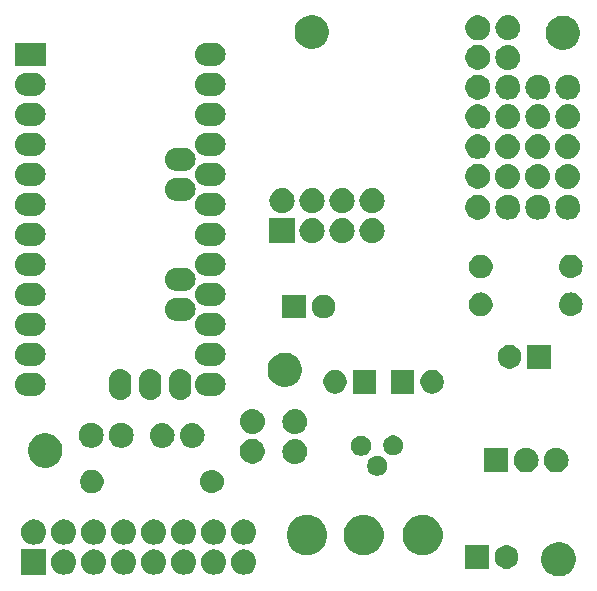
<source format=gbr>
G04 #@! TF.GenerationSoftware,KiCad,Pcbnew,5.0.2-bee76a0~70~ubuntu18.04.1*
G04 #@! TF.CreationDate,2019-05-01T22:14:47+02:00*
G04 #@! TF.ProjectId,EasyPCB_10_nrf24l01p,45617379-5043-4425-9f31-305f6e726632,rev?*
G04 #@! TF.SameCoordinates,Original*
G04 #@! TF.FileFunction,Soldermask,Top*
G04 #@! TF.FilePolarity,Negative*
%FSLAX46Y46*%
G04 Gerber Fmt 4.6, Leading zero omitted, Abs format (unit mm)*
G04 Created by KiCad (PCBNEW 5.0.2-bee76a0~70~ubuntu18.04.1) date Wed 01 May 2019 10:14:47 PM CEST*
%MOMM*%
%LPD*%
G01*
G04 APERTURE LIST*
%ADD10C,0.100000*%
G04 APERTURE END LIST*
D10*
G36*
X172109167Y-107282162D02*
X172373053Y-107391467D01*
X172610544Y-107550153D01*
X172812507Y-107752116D01*
X172971193Y-107989607D01*
X173080498Y-108253493D01*
X173136220Y-108533626D01*
X173136220Y-108819254D01*
X173080498Y-109099387D01*
X172971193Y-109363273D01*
X172812507Y-109600764D01*
X172610544Y-109802727D01*
X172373053Y-109961413D01*
X172109167Y-110070718D01*
X171829034Y-110126440D01*
X171543406Y-110126440D01*
X171263273Y-110070718D01*
X170999387Y-109961413D01*
X170761896Y-109802727D01*
X170559933Y-109600764D01*
X170401247Y-109363273D01*
X170291942Y-109099387D01*
X170236220Y-108819254D01*
X170236220Y-108533626D01*
X170291942Y-108253493D01*
X170401247Y-107989607D01*
X170559933Y-107752116D01*
X170761896Y-107550153D01*
X170999387Y-107391467D01*
X171263273Y-107282162D01*
X171543406Y-107226440D01*
X171829034Y-107226440D01*
X172109167Y-107282162D01*
X172109167Y-107282162D01*
G37*
G36*
X145242503Y-107866989D02*
X145442991Y-107927807D01*
X145627764Y-108026569D01*
X145789718Y-108159482D01*
X145922631Y-108321436D01*
X146021393Y-108506209D01*
X146082211Y-108706697D01*
X146102746Y-108915200D01*
X146082211Y-109123703D01*
X146021393Y-109324191D01*
X145922631Y-109508964D01*
X145789718Y-109670918D01*
X145627764Y-109803831D01*
X145442991Y-109902593D01*
X145242503Y-109963411D01*
X145086251Y-109978800D01*
X144981749Y-109978800D01*
X144825497Y-109963411D01*
X144625009Y-109902593D01*
X144440236Y-109803831D01*
X144278282Y-109670918D01*
X144145369Y-109508964D01*
X144046607Y-109324191D01*
X143985789Y-109123703D01*
X143965254Y-108915200D01*
X143985789Y-108706697D01*
X144046607Y-108506209D01*
X144145369Y-108321436D01*
X144278282Y-108159482D01*
X144440236Y-108026569D01*
X144625009Y-107927807D01*
X144825497Y-107866989D01*
X144981749Y-107851600D01*
X145086251Y-107851600D01*
X145242503Y-107866989D01*
X145242503Y-107866989D01*
G37*
G36*
X128317600Y-109978800D02*
X126190400Y-109978800D01*
X126190400Y-107851600D01*
X128317600Y-107851600D01*
X128317600Y-109978800D01*
X128317600Y-109978800D01*
G37*
G36*
X137622503Y-107866989D02*
X137822991Y-107927807D01*
X138007764Y-108026569D01*
X138169718Y-108159482D01*
X138302631Y-108321436D01*
X138401393Y-108506209D01*
X138462211Y-108706697D01*
X138482746Y-108915200D01*
X138462211Y-109123703D01*
X138401393Y-109324191D01*
X138302631Y-109508964D01*
X138169718Y-109670918D01*
X138007764Y-109803831D01*
X137822991Y-109902593D01*
X137622503Y-109963411D01*
X137466251Y-109978800D01*
X137361749Y-109978800D01*
X137205497Y-109963411D01*
X137005009Y-109902593D01*
X136820236Y-109803831D01*
X136658282Y-109670918D01*
X136525369Y-109508964D01*
X136426607Y-109324191D01*
X136365789Y-109123703D01*
X136345254Y-108915200D01*
X136365789Y-108706697D01*
X136426607Y-108506209D01*
X136525369Y-108321436D01*
X136658282Y-108159482D01*
X136820236Y-108026569D01*
X137005009Y-107927807D01*
X137205497Y-107866989D01*
X137361749Y-107851600D01*
X137466251Y-107851600D01*
X137622503Y-107866989D01*
X137622503Y-107866989D01*
G37*
G36*
X140162503Y-107866989D02*
X140362991Y-107927807D01*
X140547764Y-108026569D01*
X140709718Y-108159482D01*
X140842631Y-108321436D01*
X140941393Y-108506209D01*
X141002211Y-108706697D01*
X141022746Y-108915200D01*
X141002211Y-109123703D01*
X140941393Y-109324191D01*
X140842631Y-109508964D01*
X140709718Y-109670918D01*
X140547764Y-109803831D01*
X140362991Y-109902593D01*
X140162503Y-109963411D01*
X140006251Y-109978800D01*
X139901749Y-109978800D01*
X139745497Y-109963411D01*
X139545009Y-109902593D01*
X139360236Y-109803831D01*
X139198282Y-109670918D01*
X139065369Y-109508964D01*
X138966607Y-109324191D01*
X138905789Y-109123703D01*
X138885254Y-108915200D01*
X138905789Y-108706697D01*
X138966607Y-108506209D01*
X139065369Y-108321436D01*
X139198282Y-108159482D01*
X139360236Y-108026569D01*
X139545009Y-107927807D01*
X139745497Y-107866989D01*
X139901749Y-107851600D01*
X140006251Y-107851600D01*
X140162503Y-107866989D01*
X140162503Y-107866989D01*
G37*
G36*
X142702503Y-107866989D02*
X142902991Y-107927807D01*
X143087764Y-108026569D01*
X143249718Y-108159482D01*
X143382631Y-108321436D01*
X143481393Y-108506209D01*
X143542211Y-108706697D01*
X143562746Y-108915200D01*
X143542211Y-109123703D01*
X143481393Y-109324191D01*
X143382631Y-109508964D01*
X143249718Y-109670918D01*
X143087764Y-109803831D01*
X142902991Y-109902593D01*
X142702503Y-109963411D01*
X142546251Y-109978800D01*
X142441749Y-109978800D01*
X142285497Y-109963411D01*
X142085009Y-109902593D01*
X141900236Y-109803831D01*
X141738282Y-109670918D01*
X141605369Y-109508964D01*
X141506607Y-109324191D01*
X141445789Y-109123703D01*
X141425254Y-108915200D01*
X141445789Y-108706697D01*
X141506607Y-108506209D01*
X141605369Y-108321436D01*
X141738282Y-108159482D01*
X141900236Y-108026569D01*
X142085009Y-107927807D01*
X142285497Y-107866989D01*
X142441749Y-107851600D01*
X142546251Y-107851600D01*
X142702503Y-107866989D01*
X142702503Y-107866989D01*
G37*
G36*
X135082503Y-107866989D02*
X135282991Y-107927807D01*
X135467764Y-108026569D01*
X135629718Y-108159482D01*
X135762631Y-108321436D01*
X135861393Y-108506209D01*
X135922211Y-108706697D01*
X135942746Y-108915200D01*
X135922211Y-109123703D01*
X135861393Y-109324191D01*
X135762631Y-109508964D01*
X135629718Y-109670918D01*
X135467764Y-109803831D01*
X135282991Y-109902593D01*
X135082503Y-109963411D01*
X134926251Y-109978800D01*
X134821749Y-109978800D01*
X134665497Y-109963411D01*
X134465009Y-109902593D01*
X134280236Y-109803831D01*
X134118282Y-109670918D01*
X133985369Y-109508964D01*
X133886607Y-109324191D01*
X133825789Y-109123703D01*
X133805254Y-108915200D01*
X133825789Y-108706697D01*
X133886607Y-108506209D01*
X133985369Y-108321436D01*
X134118282Y-108159482D01*
X134280236Y-108026569D01*
X134465009Y-107927807D01*
X134665497Y-107866989D01*
X134821749Y-107851600D01*
X134926251Y-107851600D01*
X135082503Y-107866989D01*
X135082503Y-107866989D01*
G37*
G36*
X130002503Y-107866989D02*
X130202991Y-107927807D01*
X130387764Y-108026569D01*
X130549718Y-108159482D01*
X130682631Y-108321436D01*
X130781393Y-108506209D01*
X130842211Y-108706697D01*
X130862746Y-108915200D01*
X130842211Y-109123703D01*
X130781393Y-109324191D01*
X130682631Y-109508964D01*
X130549718Y-109670918D01*
X130387764Y-109803831D01*
X130202991Y-109902593D01*
X130002503Y-109963411D01*
X129846251Y-109978800D01*
X129741749Y-109978800D01*
X129585497Y-109963411D01*
X129385009Y-109902593D01*
X129200236Y-109803831D01*
X129038282Y-109670918D01*
X128905369Y-109508964D01*
X128806607Y-109324191D01*
X128745789Y-109123703D01*
X128725254Y-108915200D01*
X128745789Y-108706697D01*
X128806607Y-108506209D01*
X128905369Y-108321436D01*
X129038282Y-108159482D01*
X129200236Y-108026569D01*
X129385009Y-107927807D01*
X129585497Y-107866989D01*
X129741749Y-107851600D01*
X129846251Y-107851600D01*
X130002503Y-107866989D01*
X130002503Y-107866989D01*
G37*
G36*
X132542503Y-107866989D02*
X132742991Y-107927807D01*
X132927764Y-108026569D01*
X133089718Y-108159482D01*
X133222631Y-108321436D01*
X133321393Y-108506209D01*
X133382211Y-108706697D01*
X133402746Y-108915200D01*
X133382211Y-109123703D01*
X133321393Y-109324191D01*
X133222631Y-109508964D01*
X133089718Y-109670918D01*
X132927764Y-109803831D01*
X132742991Y-109902593D01*
X132542503Y-109963411D01*
X132386251Y-109978800D01*
X132281749Y-109978800D01*
X132125497Y-109963411D01*
X131925009Y-109902593D01*
X131740236Y-109803831D01*
X131578282Y-109670918D01*
X131445369Y-109508964D01*
X131346607Y-109324191D01*
X131285789Y-109123703D01*
X131265254Y-108915200D01*
X131285789Y-108706697D01*
X131346607Y-108506209D01*
X131445369Y-108321436D01*
X131578282Y-108159482D01*
X131740236Y-108026569D01*
X131925009Y-107927807D01*
X132125497Y-107866989D01*
X132281749Y-107851600D01*
X132386251Y-107851600D01*
X132542503Y-107866989D01*
X132542503Y-107866989D01*
G37*
G36*
X165770000Y-109490000D02*
X163770000Y-109490000D01*
X163770000Y-107490000D01*
X165770000Y-107490000D01*
X165770000Y-109490000D01*
X165770000Y-109490000D01*
G37*
G36*
X167445770Y-107505372D02*
X167561689Y-107528429D01*
X167743678Y-107603811D01*
X167907463Y-107713249D01*
X168046751Y-107852537D01*
X168156189Y-108016322D01*
X168231571Y-108198311D01*
X168270000Y-108391509D01*
X168270000Y-108588491D01*
X168231571Y-108781689D01*
X168156189Y-108963678D01*
X168046751Y-109127463D01*
X167907463Y-109266751D01*
X167743678Y-109376189D01*
X167561689Y-109451571D01*
X167445770Y-109474628D01*
X167368493Y-109490000D01*
X167171507Y-109490000D01*
X167094230Y-109474628D01*
X166978311Y-109451571D01*
X166796322Y-109376189D01*
X166632537Y-109266751D01*
X166493249Y-109127463D01*
X166383811Y-108963678D01*
X166308429Y-108781689D01*
X166270000Y-108588491D01*
X166270000Y-108391509D01*
X166308429Y-108198311D01*
X166383811Y-108016322D01*
X166493249Y-107852537D01*
X166632537Y-107713249D01*
X166796322Y-107603811D01*
X166978311Y-107528429D01*
X167094230Y-107505372D01*
X167171507Y-107490000D01*
X167368493Y-107490000D01*
X167445770Y-107505372D01*
X167445770Y-107505372D01*
G37*
G36*
X155564393Y-104972753D02*
X155673872Y-104994530D01*
X155983252Y-105122679D01*
X156261687Y-105308723D01*
X156498477Y-105545513D01*
X156684521Y-105823948D01*
X156812670Y-106133328D01*
X156878000Y-106461765D01*
X156878000Y-106796635D01*
X156812670Y-107125072D01*
X156684521Y-107434452D01*
X156498477Y-107712887D01*
X156261687Y-107949677D01*
X155983252Y-108135721D01*
X155673872Y-108263870D01*
X155564393Y-108285647D01*
X155345437Y-108329200D01*
X155010563Y-108329200D01*
X154791607Y-108285647D01*
X154682128Y-108263870D01*
X154372748Y-108135721D01*
X154094313Y-107949677D01*
X153857523Y-107712887D01*
X153671479Y-107434452D01*
X153543330Y-107125072D01*
X153478000Y-106796635D01*
X153478000Y-106461765D01*
X153543330Y-106133328D01*
X153671479Y-105823948D01*
X153857523Y-105545513D01*
X154094313Y-105308723D01*
X154372748Y-105122679D01*
X154682128Y-104994530D01*
X154791607Y-104972753D01*
X155010563Y-104929200D01*
X155345437Y-104929200D01*
X155564393Y-104972753D01*
X155564393Y-104972753D01*
G37*
G36*
X160564393Y-104972753D02*
X160673872Y-104994530D01*
X160983252Y-105122679D01*
X161261687Y-105308723D01*
X161498477Y-105545513D01*
X161684521Y-105823948D01*
X161812670Y-106133328D01*
X161878000Y-106461765D01*
X161878000Y-106796635D01*
X161812670Y-107125072D01*
X161684521Y-107434452D01*
X161498477Y-107712887D01*
X161261687Y-107949677D01*
X160983252Y-108135721D01*
X160673872Y-108263870D01*
X160564393Y-108285647D01*
X160345437Y-108329200D01*
X160010563Y-108329200D01*
X159791607Y-108285647D01*
X159682128Y-108263870D01*
X159372748Y-108135721D01*
X159094313Y-107949677D01*
X158857523Y-107712887D01*
X158671479Y-107434452D01*
X158543330Y-107125072D01*
X158478000Y-106796635D01*
X158478000Y-106461765D01*
X158543330Y-106133328D01*
X158671479Y-105823948D01*
X158857523Y-105545513D01*
X159094313Y-105308723D01*
X159372748Y-105122679D01*
X159682128Y-104994530D01*
X159791607Y-104972753D01*
X160010563Y-104929200D01*
X160345437Y-104929200D01*
X160564393Y-104972753D01*
X160564393Y-104972753D01*
G37*
G36*
X150754393Y-104972753D02*
X150863872Y-104994530D01*
X151173252Y-105122679D01*
X151451687Y-105308723D01*
X151688477Y-105545513D01*
X151874521Y-105823948D01*
X152002670Y-106133328D01*
X152068000Y-106461765D01*
X152068000Y-106796635D01*
X152002670Y-107125072D01*
X151874521Y-107434452D01*
X151688477Y-107712887D01*
X151451687Y-107949677D01*
X151173252Y-108135721D01*
X150863872Y-108263870D01*
X150754393Y-108285647D01*
X150535437Y-108329200D01*
X150200563Y-108329200D01*
X149981607Y-108285647D01*
X149872128Y-108263870D01*
X149562748Y-108135721D01*
X149284313Y-107949677D01*
X149047523Y-107712887D01*
X148861479Y-107434452D01*
X148733330Y-107125072D01*
X148668000Y-106796635D01*
X148668000Y-106461765D01*
X148733330Y-106133328D01*
X148861479Y-105823948D01*
X149047523Y-105545513D01*
X149284313Y-105308723D01*
X149562748Y-105122679D01*
X149872128Y-104994530D01*
X149981607Y-104972753D01*
X150200563Y-104929200D01*
X150535437Y-104929200D01*
X150754393Y-104972753D01*
X150754393Y-104972753D01*
G37*
G36*
X140162503Y-105326989D02*
X140362991Y-105387807D01*
X140547764Y-105486569D01*
X140709718Y-105619482D01*
X140842631Y-105781436D01*
X140941393Y-105966209D01*
X141002211Y-106166697D01*
X141022746Y-106375200D01*
X141002211Y-106583703D01*
X140941393Y-106784191D01*
X140842631Y-106968964D01*
X140709718Y-107130918D01*
X140547764Y-107263831D01*
X140362991Y-107362593D01*
X140162503Y-107423411D01*
X140006251Y-107438800D01*
X139901749Y-107438800D01*
X139745497Y-107423411D01*
X139545009Y-107362593D01*
X139360236Y-107263831D01*
X139198282Y-107130918D01*
X139065369Y-106968964D01*
X138966607Y-106784191D01*
X138905789Y-106583703D01*
X138885254Y-106375200D01*
X138905789Y-106166697D01*
X138966607Y-105966209D01*
X139065369Y-105781436D01*
X139198282Y-105619482D01*
X139360236Y-105486569D01*
X139545009Y-105387807D01*
X139745497Y-105326989D01*
X139901749Y-105311600D01*
X140006251Y-105311600D01*
X140162503Y-105326989D01*
X140162503Y-105326989D01*
G37*
G36*
X137622503Y-105326989D02*
X137822991Y-105387807D01*
X138007764Y-105486569D01*
X138169718Y-105619482D01*
X138302631Y-105781436D01*
X138401393Y-105966209D01*
X138462211Y-106166697D01*
X138482746Y-106375200D01*
X138462211Y-106583703D01*
X138401393Y-106784191D01*
X138302631Y-106968964D01*
X138169718Y-107130918D01*
X138007764Y-107263831D01*
X137822991Y-107362593D01*
X137622503Y-107423411D01*
X137466251Y-107438800D01*
X137361749Y-107438800D01*
X137205497Y-107423411D01*
X137005009Y-107362593D01*
X136820236Y-107263831D01*
X136658282Y-107130918D01*
X136525369Y-106968964D01*
X136426607Y-106784191D01*
X136365789Y-106583703D01*
X136345254Y-106375200D01*
X136365789Y-106166697D01*
X136426607Y-105966209D01*
X136525369Y-105781436D01*
X136658282Y-105619482D01*
X136820236Y-105486569D01*
X137005009Y-105387807D01*
X137205497Y-105326989D01*
X137361749Y-105311600D01*
X137466251Y-105311600D01*
X137622503Y-105326989D01*
X137622503Y-105326989D01*
G37*
G36*
X142702503Y-105326989D02*
X142902991Y-105387807D01*
X143087764Y-105486569D01*
X143249718Y-105619482D01*
X143382631Y-105781436D01*
X143481393Y-105966209D01*
X143542211Y-106166697D01*
X143562746Y-106375200D01*
X143542211Y-106583703D01*
X143481393Y-106784191D01*
X143382631Y-106968964D01*
X143249718Y-107130918D01*
X143087764Y-107263831D01*
X142902991Y-107362593D01*
X142702503Y-107423411D01*
X142546251Y-107438800D01*
X142441749Y-107438800D01*
X142285497Y-107423411D01*
X142085009Y-107362593D01*
X141900236Y-107263831D01*
X141738282Y-107130918D01*
X141605369Y-106968964D01*
X141506607Y-106784191D01*
X141445789Y-106583703D01*
X141425254Y-106375200D01*
X141445789Y-106166697D01*
X141506607Y-105966209D01*
X141605369Y-105781436D01*
X141738282Y-105619482D01*
X141900236Y-105486569D01*
X142085009Y-105387807D01*
X142285497Y-105326989D01*
X142441749Y-105311600D01*
X142546251Y-105311600D01*
X142702503Y-105326989D01*
X142702503Y-105326989D01*
G37*
G36*
X145242503Y-105326989D02*
X145442991Y-105387807D01*
X145627764Y-105486569D01*
X145789718Y-105619482D01*
X145922631Y-105781436D01*
X146021393Y-105966209D01*
X146082211Y-106166697D01*
X146102746Y-106375200D01*
X146082211Y-106583703D01*
X146021393Y-106784191D01*
X145922631Y-106968964D01*
X145789718Y-107130918D01*
X145627764Y-107263831D01*
X145442991Y-107362593D01*
X145242503Y-107423411D01*
X145086251Y-107438800D01*
X144981749Y-107438800D01*
X144825497Y-107423411D01*
X144625009Y-107362593D01*
X144440236Y-107263831D01*
X144278282Y-107130918D01*
X144145369Y-106968964D01*
X144046607Y-106784191D01*
X143985789Y-106583703D01*
X143965254Y-106375200D01*
X143985789Y-106166697D01*
X144046607Y-105966209D01*
X144145369Y-105781436D01*
X144278282Y-105619482D01*
X144440236Y-105486569D01*
X144625009Y-105387807D01*
X144825497Y-105326989D01*
X144981749Y-105311600D01*
X145086251Y-105311600D01*
X145242503Y-105326989D01*
X145242503Y-105326989D01*
G37*
G36*
X130002503Y-105326989D02*
X130202991Y-105387807D01*
X130387764Y-105486569D01*
X130549718Y-105619482D01*
X130682631Y-105781436D01*
X130781393Y-105966209D01*
X130842211Y-106166697D01*
X130862746Y-106375200D01*
X130842211Y-106583703D01*
X130781393Y-106784191D01*
X130682631Y-106968964D01*
X130549718Y-107130918D01*
X130387764Y-107263831D01*
X130202991Y-107362593D01*
X130002503Y-107423411D01*
X129846251Y-107438800D01*
X129741749Y-107438800D01*
X129585497Y-107423411D01*
X129385009Y-107362593D01*
X129200236Y-107263831D01*
X129038282Y-107130918D01*
X128905369Y-106968964D01*
X128806607Y-106784191D01*
X128745789Y-106583703D01*
X128725254Y-106375200D01*
X128745789Y-106166697D01*
X128806607Y-105966209D01*
X128905369Y-105781436D01*
X129038282Y-105619482D01*
X129200236Y-105486569D01*
X129385009Y-105387807D01*
X129585497Y-105326989D01*
X129741749Y-105311600D01*
X129846251Y-105311600D01*
X130002503Y-105326989D01*
X130002503Y-105326989D01*
G37*
G36*
X127462503Y-105326989D02*
X127662991Y-105387807D01*
X127847764Y-105486569D01*
X128009718Y-105619482D01*
X128142631Y-105781436D01*
X128241393Y-105966209D01*
X128302211Y-106166697D01*
X128322746Y-106375200D01*
X128302211Y-106583703D01*
X128241393Y-106784191D01*
X128142631Y-106968964D01*
X128009718Y-107130918D01*
X127847764Y-107263831D01*
X127662991Y-107362593D01*
X127462503Y-107423411D01*
X127306251Y-107438800D01*
X127201749Y-107438800D01*
X127045497Y-107423411D01*
X126845009Y-107362593D01*
X126660236Y-107263831D01*
X126498282Y-107130918D01*
X126365369Y-106968964D01*
X126266607Y-106784191D01*
X126205789Y-106583703D01*
X126185254Y-106375200D01*
X126205789Y-106166697D01*
X126266607Y-105966209D01*
X126365369Y-105781436D01*
X126498282Y-105619482D01*
X126660236Y-105486569D01*
X126845009Y-105387807D01*
X127045497Y-105326989D01*
X127201749Y-105311600D01*
X127306251Y-105311600D01*
X127462503Y-105326989D01*
X127462503Y-105326989D01*
G37*
G36*
X132542503Y-105326989D02*
X132742991Y-105387807D01*
X132927764Y-105486569D01*
X133089718Y-105619482D01*
X133222631Y-105781436D01*
X133321393Y-105966209D01*
X133382211Y-106166697D01*
X133402746Y-106375200D01*
X133382211Y-106583703D01*
X133321393Y-106784191D01*
X133222631Y-106968964D01*
X133089718Y-107130918D01*
X132927764Y-107263831D01*
X132742991Y-107362593D01*
X132542503Y-107423411D01*
X132386251Y-107438800D01*
X132281749Y-107438800D01*
X132125497Y-107423411D01*
X131925009Y-107362593D01*
X131740236Y-107263831D01*
X131578282Y-107130918D01*
X131445369Y-106968964D01*
X131346607Y-106784191D01*
X131285789Y-106583703D01*
X131265254Y-106375200D01*
X131285789Y-106166697D01*
X131346607Y-105966209D01*
X131445369Y-105781436D01*
X131578282Y-105619482D01*
X131740236Y-105486569D01*
X131925009Y-105387807D01*
X132125497Y-105326989D01*
X132281749Y-105311600D01*
X132386251Y-105311600D01*
X132542503Y-105326989D01*
X132542503Y-105326989D01*
G37*
G36*
X135082503Y-105326989D02*
X135282991Y-105387807D01*
X135467764Y-105486569D01*
X135629718Y-105619482D01*
X135762631Y-105781436D01*
X135861393Y-105966209D01*
X135922211Y-106166697D01*
X135942746Y-106375200D01*
X135922211Y-106583703D01*
X135861393Y-106784191D01*
X135762631Y-106968964D01*
X135629718Y-107130918D01*
X135467764Y-107263831D01*
X135282991Y-107362593D01*
X135082503Y-107423411D01*
X134926251Y-107438800D01*
X134821749Y-107438800D01*
X134665497Y-107423411D01*
X134465009Y-107362593D01*
X134280236Y-107263831D01*
X134118282Y-107130918D01*
X133985369Y-106968964D01*
X133886607Y-106784191D01*
X133825789Y-106583703D01*
X133805254Y-106375200D01*
X133825789Y-106166697D01*
X133886607Y-105966209D01*
X133985369Y-105781436D01*
X134118282Y-105619482D01*
X134280236Y-105486569D01*
X134465009Y-105387807D01*
X134665497Y-105326989D01*
X134821749Y-105311600D01*
X134926251Y-105311600D01*
X135082503Y-105326989D01*
X135082503Y-105326989D01*
G37*
G36*
X142524930Y-101109769D02*
X142524933Y-101109770D01*
X142524934Y-101109770D01*
X142713435Y-101166951D01*
X142713437Y-101166952D01*
X142887160Y-101259809D01*
X143039428Y-101384772D01*
X143164391Y-101537040D01*
X143257248Y-101710763D01*
X143314431Y-101899270D01*
X143333738Y-102095300D01*
X143314431Y-102291330D01*
X143257248Y-102479837D01*
X143164391Y-102653560D01*
X143039428Y-102805828D01*
X142887160Y-102930791D01*
X142887158Y-102930792D01*
X142713435Y-103023649D01*
X142524934Y-103080830D01*
X142524933Y-103080830D01*
X142524930Y-103080831D01*
X142378024Y-103095300D01*
X142279776Y-103095300D01*
X142132870Y-103080831D01*
X142132867Y-103080830D01*
X142132866Y-103080830D01*
X141944365Y-103023649D01*
X141770642Y-102930792D01*
X141770640Y-102930791D01*
X141618372Y-102805828D01*
X141493409Y-102653560D01*
X141400552Y-102479837D01*
X141343369Y-102291330D01*
X141324062Y-102095300D01*
X141343369Y-101899270D01*
X141400552Y-101710763D01*
X141493409Y-101537040D01*
X141618372Y-101384772D01*
X141770640Y-101259809D01*
X141944363Y-101166952D01*
X141944365Y-101166951D01*
X142132866Y-101109770D01*
X142132867Y-101109770D01*
X142132870Y-101109769D01*
X142279776Y-101095300D01*
X142378024Y-101095300D01*
X142524930Y-101109769D01*
X142524930Y-101109769D01*
G37*
G36*
X132344670Y-101110672D02*
X132460589Y-101133729D01*
X132642578Y-101209111D01*
X132806363Y-101318549D01*
X132945651Y-101457837D01*
X133055089Y-101621622D01*
X133130471Y-101803611D01*
X133168900Y-101996809D01*
X133168900Y-102193791D01*
X133130471Y-102386989D01*
X133055089Y-102568978D01*
X132945651Y-102732763D01*
X132806363Y-102872051D01*
X132642578Y-102981489D01*
X132460589Y-103056871D01*
X132344670Y-103079928D01*
X132267393Y-103095300D01*
X132070407Y-103095300D01*
X131993130Y-103079928D01*
X131877211Y-103056871D01*
X131695222Y-102981489D01*
X131531437Y-102872051D01*
X131392149Y-102732763D01*
X131282711Y-102568978D01*
X131207329Y-102386989D01*
X131168900Y-102193791D01*
X131168900Y-101996809D01*
X131207329Y-101803611D01*
X131282711Y-101621622D01*
X131392149Y-101457837D01*
X131531437Y-101318549D01*
X131695222Y-101209111D01*
X131877211Y-101133729D01*
X131993130Y-101110672D01*
X132070407Y-101095300D01*
X132267393Y-101095300D01*
X132344670Y-101110672D01*
X132344670Y-101110672D01*
G37*
G36*
X156579534Y-99949864D02*
X156734227Y-100013940D01*
X156873447Y-100106964D01*
X156991836Y-100225353D01*
X157084860Y-100364573D01*
X157148936Y-100519266D01*
X157181600Y-100683481D01*
X157181600Y-100850919D01*
X157148936Y-101015134D01*
X157084860Y-101169827D01*
X156991836Y-101309047D01*
X156873447Y-101427436D01*
X156734227Y-101520460D01*
X156579534Y-101584536D01*
X156415319Y-101617200D01*
X156247881Y-101617200D01*
X156083666Y-101584536D01*
X155928973Y-101520460D01*
X155789753Y-101427436D01*
X155671364Y-101309047D01*
X155578340Y-101169827D01*
X155514264Y-101015134D01*
X155481600Y-100850919D01*
X155481600Y-100683481D01*
X155514264Y-100519266D01*
X155578340Y-100364573D01*
X155671364Y-100225353D01*
X155789753Y-100106964D01*
X155928973Y-100013940D01*
X156083666Y-99949864D01*
X156247881Y-99917200D01*
X156415319Y-99917200D01*
X156579534Y-99949864D01*
X156579534Y-99949864D01*
G37*
G36*
X171585838Y-99236329D02*
X171675836Y-99245193D01*
X171807787Y-99285220D01*
X171873763Y-99305233D01*
X172056172Y-99402733D01*
X172216054Y-99533946D01*
X172347267Y-99693828D01*
X172444767Y-99876237D01*
X172444767Y-99876238D01*
X172504807Y-100074164D01*
X172525080Y-100280000D01*
X172504807Y-100485836D01*
X172469324Y-100602807D01*
X172444767Y-100683763D01*
X172347267Y-100866172D01*
X172216054Y-101026054D01*
X172056172Y-101157267D01*
X171873763Y-101254767D01*
X171857141Y-101259809D01*
X171675836Y-101314807D01*
X171598707Y-101322403D01*
X171521580Y-101330000D01*
X171418420Y-101330000D01*
X171341293Y-101322403D01*
X171264164Y-101314807D01*
X171082859Y-101259809D01*
X171066237Y-101254767D01*
X170883828Y-101157267D01*
X170723946Y-101026054D01*
X170592733Y-100866172D01*
X170495233Y-100683763D01*
X170470676Y-100602807D01*
X170435193Y-100485836D01*
X170414920Y-100280000D01*
X170435193Y-100074164D01*
X170495233Y-99876238D01*
X170495233Y-99876237D01*
X170592733Y-99693828D01*
X170723946Y-99533946D01*
X170883828Y-99402733D01*
X171066237Y-99305233D01*
X171132213Y-99285220D01*
X171264164Y-99245193D01*
X171354162Y-99236329D01*
X171418420Y-99230000D01*
X171521580Y-99230000D01*
X171585838Y-99236329D01*
X171585838Y-99236329D01*
G37*
G36*
X167440000Y-101330000D02*
X165340000Y-101330000D01*
X165340000Y-99230000D01*
X167440000Y-99230000D01*
X167440000Y-101330000D01*
X167440000Y-101330000D01*
G37*
G36*
X169045838Y-99236329D02*
X169135836Y-99245193D01*
X169267787Y-99285220D01*
X169333763Y-99305233D01*
X169516172Y-99402733D01*
X169676054Y-99533946D01*
X169807267Y-99693828D01*
X169904767Y-99876237D01*
X169904767Y-99876238D01*
X169964807Y-100074164D01*
X169985080Y-100280000D01*
X169964807Y-100485836D01*
X169929324Y-100602807D01*
X169904767Y-100683763D01*
X169807267Y-100866172D01*
X169676054Y-101026054D01*
X169516172Y-101157267D01*
X169333763Y-101254767D01*
X169317141Y-101259809D01*
X169135836Y-101314807D01*
X169058707Y-101322403D01*
X168981580Y-101330000D01*
X168878420Y-101330000D01*
X168801293Y-101322403D01*
X168724164Y-101314807D01*
X168542859Y-101259809D01*
X168526237Y-101254767D01*
X168343828Y-101157267D01*
X168183946Y-101026054D01*
X168052733Y-100866172D01*
X167955233Y-100683763D01*
X167930676Y-100602807D01*
X167895193Y-100485836D01*
X167874920Y-100280000D01*
X167895193Y-100074164D01*
X167955233Y-99876238D01*
X167955233Y-99876237D01*
X168052733Y-99693828D01*
X168183946Y-99533946D01*
X168343828Y-99402733D01*
X168526237Y-99305233D01*
X168592213Y-99285220D01*
X168724164Y-99245193D01*
X168814162Y-99236329D01*
X168878420Y-99230000D01*
X168981580Y-99230000D01*
X169045838Y-99236329D01*
X169045838Y-99236329D01*
G37*
G36*
X128642147Y-98072122D02*
X128906033Y-98181427D01*
X129143524Y-98340113D01*
X129345487Y-98542076D01*
X129504173Y-98779567D01*
X129613478Y-99043453D01*
X129669200Y-99323586D01*
X129669200Y-99609214D01*
X129613478Y-99889347D01*
X129504173Y-100153233D01*
X129345487Y-100390724D01*
X129143524Y-100592687D01*
X128906033Y-100751373D01*
X128642147Y-100860678D01*
X128362014Y-100916400D01*
X128076386Y-100916400D01*
X127796253Y-100860678D01*
X127532367Y-100751373D01*
X127294876Y-100592687D01*
X127092913Y-100390724D01*
X126934227Y-100153233D01*
X126824922Y-99889347D01*
X126769200Y-99609214D01*
X126769200Y-99323586D01*
X126824922Y-99043453D01*
X126934227Y-98779567D01*
X127092913Y-98542076D01*
X127294876Y-98340113D01*
X127532367Y-98181427D01*
X127796253Y-98072122D01*
X128076386Y-98016400D01*
X128362014Y-98016400D01*
X128642147Y-98072122D01*
X128642147Y-98072122D01*
G37*
G36*
X149478235Y-98525353D02*
X149557836Y-98533193D01*
X149689787Y-98573220D01*
X149755763Y-98593233D01*
X149938172Y-98690733D01*
X150098054Y-98821946D01*
X150229267Y-98981828D01*
X150326767Y-99164237D01*
X150342107Y-99214807D01*
X150386807Y-99362164D01*
X150407080Y-99568000D01*
X150386807Y-99773836D01*
X150360810Y-99859536D01*
X150326767Y-99971763D01*
X150229267Y-100154172D01*
X150098054Y-100314054D01*
X149938172Y-100445267D01*
X149755763Y-100542767D01*
X149724504Y-100552249D01*
X149557836Y-100602807D01*
X149480707Y-100610403D01*
X149403580Y-100618000D01*
X149300420Y-100618000D01*
X149223293Y-100610403D01*
X149146164Y-100602807D01*
X148979496Y-100552249D01*
X148948237Y-100542767D01*
X148765828Y-100445267D01*
X148605946Y-100314054D01*
X148474733Y-100154172D01*
X148377233Y-99971763D01*
X148343190Y-99859536D01*
X148317193Y-99773836D01*
X148296920Y-99568000D01*
X148317193Y-99362164D01*
X148361893Y-99214807D01*
X148377233Y-99164237D01*
X148474733Y-98981828D01*
X148605946Y-98821946D01*
X148765828Y-98690733D01*
X148948237Y-98593233D01*
X149014213Y-98573220D01*
X149146164Y-98533193D01*
X149225765Y-98525353D01*
X149300420Y-98518000D01*
X149403580Y-98518000D01*
X149478235Y-98525353D01*
X149478235Y-98525353D01*
G37*
G36*
X145883788Y-98497070D02*
X146064174Y-98532950D01*
X146255262Y-98612102D01*
X146427236Y-98727011D01*
X146573489Y-98873264D01*
X146688398Y-99045238D01*
X146767550Y-99236326D01*
X146807900Y-99439184D01*
X146807900Y-99646016D01*
X146767550Y-99848874D01*
X146688398Y-100039962D01*
X146573489Y-100211936D01*
X146427236Y-100358189D01*
X146255262Y-100473098D01*
X146064174Y-100552250D01*
X145883788Y-100588130D01*
X145861317Y-100592600D01*
X145654483Y-100592600D01*
X145632012Y-100588130D01*
X145451626Y-100552250D01*
X145260538Y-100473098D01*
X145088564Y-100358189D01*
X144942311Y-100211936D01*
X144827402Y-100039962D01*
X144748250Y-99848874D01*
X144707900Y-99646016D01*
X144707900Y-99439184D01*
X144748250Y-99236326D01*
X144827402Y-99045238D01*
X144942311Y-98873264D01*
X145088564Y-98727011D01*
X145260538Y-98612102D01*
X145451626Y-98532950D01*
X145632012Y-98497070D01*
X145654483Y-98492600D01*
X145861317Y-98492600D01*
X145883788Y-98497070D01*
X145883788Y-98497070D01*
G37*
G36*
X155204534Y-98249864D02*
X155359227Y-98313940D01*
X155498447Y-98406964D01*
X155616836Y-98525353D01*
X155709860Y-98664573D01*
X155773936Y-98819266D01*
X155806600Y-98983481D01*
X155806600Y-99150919D01*
X155773936Y-99315134D01*
X155709860Y-99469827D01*
X155616836Y-99609047D01*
X155498447Y-99727436D01*
X155359227Y-99820460D01*
X155204534Y-99884536D01*
X155040319Y-99917200D01*
X154872881Y-99917200D01*
X154708666Y-99884536D01*
X154553973Y-99820460D01*
X154414753Y-99727436D01*
X154296364Y-99609047D01*
X154203340Y-99469827D01*
X154139264Y-99315134D01*
X154106600Y-99150919D01*
X154106600Y-98983481D01*
X154139264Y-98819266D01*
X154203340Y-98664573D01*
X154296364Y-98525353D01*
X154414753Y-98406964D01*
X154553973Y-98313940D01*
X154708666Y-98249864D01*
X154872881Y-98217200D01*
X155040319Y-98217200D01*
X155204534Y-98249864D01*
X155204534Y-98249864D01*
G37*
G36*
X157929534Y-98224864D02*
X158084227Y-98288940D01*
X158223447Y-98381964D01*
X158341836Y-98500353D01*
X158434860Y-98639573D01*
X158498936Y-98794266D01*
X158531600Y-98958481D01*
X158531600Y-99125919D01*
X158498936Y-99290134D01*
X158434860Y-99444827D01*
X158341836Y-99584047D01*
X158223447Y-99702436D01*
X158084227Y-99795460D01*
X157929534Y-99859536D01*
X157765319Y-99892200D01*
X157597881Y-99892200D01*
X157433666Y-99859536D01*
X157278973Y-99795460D01*
X157139753Y-99702436D01*
X157021364Y-99584047D01*
X156928340Y-99444827D01*
X156864264Y-99290134D01*
X156831600Y-99125919D01*
X156831600Y-98958481D01*
X156864264Y-98794266D01*
X156928340Y-98639573D01*
X157021364Y-98500353D01*
X157139753Y-98381964D01*
X157278973Y-98288940D01*
X157433666Y-98224864D01*
X157597881Y-98192200D01*
X157765319Y-98192200D01*
X157929534Y-98224864D01*
X157929534Y-98224864D01*
G37*
G36*
X140754304Y-97145193D02*
X140855836Y-97155193D01*
X140987787Y-97195220D01*
X141053763Y-97215233D01*
X141236172Y-97312733D01*
X141396054Y-97443946D01*
X141527267Y-97603828D01*
X141624767Y-97786237D01*
X141624767Y-97786238D01*
X141684807Y-97984164D01*
X141705080Y-98190000D01*
X141684807Y-98395836D01*
X141681431Y-98406964D01*
X141624767Y-98593763D01*
X141527267Y-98776172D01*
X141396054Y-98936054D01*
X141236172Y-99067267D01*
X141053763Y-99164767D01*
X140987787Y-99184780D01*
X140855836Y-99224807D01*
X140803110Y-99230000D01*
X140701580Y-99240000D01*
X140598420Y-99240000D01*
X140496890Y-99230000D01*
X140444164Y-99224807D01*
X140312213Y-99184780D01*
X140246237Y-99164767D01*
X140063828Y-99067267D01*
X139903946Y-98936054D01*
X139772733Y-98776172D01*
X139675233Y-98593763D01*
X139618569Y-98406964D01*
X139615193Y-98395836D01*
X139594920Y-98190000D01*
X139615193Y-97984164D01*
X139675233Y-97786238D01*
X139675233Y-97786237D01*
X139772733Y-97603828D01*
X139903946Y-97443946D01*
X140063828Y-97312733D01*
X140246237Y-97215233D01*
X140312213Y-97195220D01*
X140444164Y-97155193D01*
X140545696Y-97145193D01*
X140598420Y-97140000D01*
X140701580Y-97140000D01*
X140754304Y-97145193D01*
X140754304Y-97145193D01*
G37*
G36*
X138214304Y-97145193D02*
X138315836Y-97155193D01*
X138447787Y-97195220D01*
X138513763Y-97215233D01*
X138696172Y-97312733D01*
X138856054Y-97443946D01*
X138987267Y-97603828D01*
X139084767Y-97786237D01*
X139084767Y-97786238D01*
X139144807Y-97984164D01*
X139165080Y-98190000D01*
X139144807Y-98395836D01*
X139141431Y-98406964D01*
X139084767Y-98593763D01*
X138987267Y-98776172D01*
X138856054Y-98936054D01*
X138696172Y-99067267D01*
X138513763Y-99164767D01*
X138447787Y-99184780D01*
X138315836Y-99224807D01*
X138263110Y-99230000D01*
X138161580Y-99240000D01*
X138058420Y-99240000D01*
X137956890Y-99230000D01*
X137904164Y-99224807D01*
X137772213Y-99184780D01*
X137706237Y-99164767D01*
X137523828Y-99067267D01*
X137363946Y-98936054D01*
X137232733Y-98776172D01*
X137135233Y-98593763D01*
X137078569Y-98406964D01*
X137075193Y-98395836D01*
X137054920Y-98190000D01*
X137075193Y-97984164D01*
X137135233Y-97786238D01*
X137135233Y-97786237D01*
X137232733Y-97603828D01*
X137363946Y-97443946D01*
X137523828Y-97312733D01*
X137706237Y-97215233D01*
X137772213Y-97195220D01*
X137904164Y-97155193D01*
X138005696Y-97145193D01*
X138058420Y-97140000D01*
X138161580Y-97140000D01*
X138214304Y-97145193D01*
X138214304Y-97145193D01*
G37*
G36*
X132238707Y-97137597D02*
X132315836Y-97145193D01*
X132447787Y-97185220D01*
X132513763Y-97205233D01*
X132696172Y-97302733D01*
X132856054Y-97433946D01*
X132987267Y-97593828D01*
X133084767Y-97776237D01*
X133104780Y-97842213D01*
X133144807Y-97974164D01*
X133165080Y-98180000D01*
X133144807Y-98385836D01*
X133110069Y-98500353D01*
X133084767Y-98583763D01*
X132987267Y-98766172D01*
X132856054Y-98926054D01*
X132696172Y-99057267D01*
X132513763Y-99154767D01*
X132447787Y-99174780D01*
X132315836Y-99214807D01*
X132238707Y-99222403D01*
X132161580Y-99230000D01*
X132058420Y-99230000D01*
X131981293Y-99222404D01*
X131904164Y-99214807D01*
X131772213Y-99174780D01*
X131706237Y-99154767D01*
X131523828Y-99057267D01*
X131363946Y-98926054D01*
X131232733Y-98766172D01*
X131135233Y-98583763D01*
X131109931Y-98500353D01*
X131075193Y-98385836D01*
X131054920Y-98180000D01*
X131075193Y-97974164D01*
X131115220Y-97842213D01*
X131135233Y-97776237D01*
X131232733Y-97593828D01*
X131363946Y-97433946D01*
X131523828Y-97302733D01*
X131706237Y-97205233D01*
X131772213Y-97185220D01*
X131904164Y-97145193D01*
X131981293Y-97137597D01*
X132058420Y-97130000D01*
X132161580Y-97130000D01*
X132238707Y-97137597D01*
X132238707Y-97137597D01*
G37*
G36*
X134778707Y-97137597D02*
X134855836Y-97145193D01*
X134987787Y-97185220D01*
X135053763Y-97205233D01*
X135236172Y-97302733D01*
X135396054Y-97433946D01*
X135527267Y-97593828D01*
X135624767Y-97776237D01*
X135644780Y-97842213D01*
X135684807Y-97974164D01*
X135705080Y-98180000D01*
X135684807Y-98385836D01*
X135650069Y-98500353D01*
X135624767Y-98583763D01*
X135527267Y-98766172D01*
X135396054Y-98926054D01*
X135236172Y-99057267D01*
X135053763Y-99154767D01*
X134987787Y-99174780D01*
X134855836Y-99214807D01*
X134778707Y-99222403D01*
X134701580Y-99230000D01*
X134598420Y-99230000D01*
X134521293Y-99222404D01*
X134444164Y-99214807D01*
X134312213Y-99174780D01*
X134246237Y-99154767D01*
X134063828Y-99057267D01*
X133903946Y-98926054D01*
X133772733Y-98766172D01*
X133675233Y-98583763D01*
X133649931Y-98500353D01*
X133615193Y-98385836D01*
X133594920Y-98180000D01*
X133615193Y-97974164D01*
X133655220Y-97842213D01*
X133675233Y-97776237D01*
X133772733Y-97593828D01*
X133903946Y-97433946D01*
X134063828Y-97302733D01*
X134246237Y-97205233D01*
X134312213Y-97185220D01*
X134444164Y-97145193D01*
X134521293Y-97137597D01*
X134598420Y-97130000D01*
X134701580Y-97130000D01*
X134778707Y-97137597D01*
X134778707Y-97137597D01*
G37*
G36*
X149480707Y-95985596D02*
X149557836Y-95993193D01*
X149672029Y-96027833D01*
X149755763Y-96053233D01*
X149938172Y-96150733D01*
X150098054Y-96281946D01*
X150229267Y-96441828D01*
X150326767Y-96624237D01*
X150326767Y-96624238D01*
X150386807Y-96822164D01*
X150407080Y-97028000D01*
X150386807Y-97233836D01*
X150365907Y-97302733D01*
X150326767Y-97431763D01*
X150229267Y-97614172D01*
X150098054Y-97774054D01*
X149938172Y-97905267D01*
X149755763Y-98002767D01*
X149710820Y-98016400D01*
X149557836Y-98062807D01*
X149480707Y-98070403D01*
X149403580Y-98078000D01*
X149300420Y-98078000D01*
X149223293Y-98070403D01*
X149146164Y-98062807D01*
X148993180Y-98016400D01*
X148948237Y-98002767D01*
X148765828Y-97905267D01*
X148605946Y-97774054D01*
X148474733Y-97614172D01*
X148377233Y-97431763D01*
X148338093Y-97302733D01*
X148317193Y-97233836D01*
X148296920Y-97028000D01*
X148317193Y-96822164D01*
X148377233Y-96624238D01*
X148377233Y-96624237D01*
X148474733Y-96441828D01*
X148605946Y-96281946D01*
X148765828Y-96150733D01*
X148948237Y-96053233D01*
X149031971Y-96027833D01*
X149146164Y-95993193D01*
X149223293Y-95985596D01*
X149300420Y-95978000D01*
X149403580Y-95978000D01*
X149480707Y-95985596D01*
X149480707Y-95985596D01*
G37*
G36*
X145886607Y-95960196D02*
X145963736Y-95967793D01*
X146095687Y-96007820D01*
X146161663Y-96027833D01*
X146344072Y-96125333D01*
X146503954Y-96256546D01*
X146635167Y-96416428D01*
X146732667Y-96598837D01*
X146732667Y-96598838D01*
X146792707Y-96796764D01*
X146812980Y-97002600D01*
X146792707Y-97208436D01*
X146785002Y-97233836D01*
X146732667Y-97406363D01*
X146635167Y-97588772D01*
X146503954Y-97748654D01*
X146344072Y-97879867D01*
X146161663Y-97977367D01*
X146139249Y-97984166D01*
X145963736Y-98037407D01*
X145886607Y-98045003D01*
X145809480Y-98052600D01*
X145706320Y-98052600D01*
X145629193Y-98045003D01*
X145552064Y-98037407D01*
X145376551Y-97984166D01*
X145354137Y-97977367D01*
X145171728Y-97879867D01*
X145011846Y-97748654D01*
X144880633Y-97588772D01*
X144783133Y-97406363D01*
X144730798Y-97233836D01*
X144723093Y-97208436D01*
X144702820Y-97002600D01*
X144723093Y-96796764D01*
X144783133Y-96598838D01*
X144783133Y-96598837D01*
X144880633Y-96416428D01*
X145011846Y-96256546D01*
X145171728Y-96125333D01*
X145354137Y-96027833D01*
X145420113Y-96007820D01*
X145552064Y-95967793D01*
X145629193Y-95960196D01*
X145706320Y-95952600D01*
X145809480Y-95952600D01*
X145886607Y-95960196D01*
X145886607Y-95960196D01*
G37*
G36*
X139835544Y-92592334D02*
X140014727Y-92646689D01*
X140014729Y-92646690D01*
X140014732Y-92646691D01*
X140179864Y-92734955D01*
X140324607Y-92853743D01*
X140443395Y-92998486D01*
X140531660Y-93163619D01*
X140543604Y-93202993D01*
X140586016Y-93342806D01*
X140587523Y-93358111D01*
X140599770Y-93482454D01*
X140599770Y-94274347D01*
X140594268Y-94330205D01*
X140586016Y-94413994D01*
X140531661Y-94593176D01*
X140531659Y-94593182D01*
X140443395Y-94758314D01*
X140324607Y-94903057D01*
X140179864Y-95021845D01*
X140014731Y-95110109D01*
X140014728Y-95110110D01*
X140014726Y-95110111D01*
X139835543Y-95164466D01*
X139649200Y-95182819D01*
X139462856Y-95164466D01*
X139283673Y-95110111D01*
X139283671Y-95110110D01*
X139283668Y-95110109D01*
X139118536Y-95021845D01*
X138973793Y-94903057D01*
X138855005Y-94758314D01*
X138766741Y-94593181D01*
X138766739Y-94593176D01*
X138712384Y-94413993D01*
X138698630Y-94274344D01*
X138698630Y-93482455D01*
X138710876Y-93358114D01*
X138712384Y-93342804D01*
X138766739Y-93163623D01*
X138855006Y-92998486D01*
X138973794Y-92853743D01*
X139118537Y-92734955D01*
X139283669Y-92646691D01*
X139283672Y-92646690D01*
X139283674Y-92646689D01*
X139462857Y-92592334D01*
X139649200Y-92573981D01*
X139835544Y-92592334D01*
X139835544Y-92592334D01*
G37*
G36*
X134755544Y-92592334D02*
X134934727Y-92646689D01*
X134934729Y-92646690D01*
X134934732Y-92646691D01*
X135099864Y-92734955D01*
X135244607Y-92853743D01*
X135363395Y-92998486D01*
X135451660Y-93163619D01*
X135463604Y-93202993D01*
X135506016Y-93342806D01*
X135507523Y-93358111D01*
X135519770Y-93482454D01*
X135519770Y-94274347D01*
X135514268Y-94330205D01*
X135506016Y-94413994D01*
X135451661Y-94593176D01*
X135451659Y-94593182D01*
X135363395Y-94758314D01*
X135244607Y-94903057D01*
X135099864Y-95021845D01*
X134934731Y-95110109D01*
X134934728Y-95110110D01*
X134934726Y-95110111D01*
X134755543Y-95164466D01*
X134569200Y-95182819D01*
X134382856Y-95164466D01*
X134203673Y-95110111D01*
X134203671Y-95110110D01*
X134203668Y-95110109D01*
X134038536Y-95021845D01*
X133893793Y-94903057D01*
X133775005Y-94758314D01*
X133686741Y-94593181D01*
X133686739Y-94593176D01*
X133632384Y-94413993D01*
X133618630Y-94274344D01*
X133618630Y-93482455D01*
X133630876Y-93358114D01*
X133632384Y-93342804D01*
X133686739Y-93163623D01*
X133775006Y-92998486D01*
X133893794Y-92853743D01*
X134038537Y-92734955D01*
X134203669Y-92646691D01*
X134203672Y-92646690D01*
X134203674Y-92646689D01*
X134382857Y-92592334D01*
X134569200Y-92573981D01*
X134755544Y-92592334D01*
X134755544Y-92592334D01*
G37*
G36*
X137295544Y-92592334D02*
X137474727Y-92646689D01*
X137474729Y-92646690D01*
X137474732Y-92646691D01*
X137639864Y-92734955D01*
X137784607Y-92853743D01*
X137903395Y-92998486D01*
X137991660Y-93163619D01*
X138003604Y-93202993D01*
X138046016Y-93342806D01*
X138047523Y-93358111D01*
X138059770Y-93482454D01*
X138059770Y-94274347D01*
X138054268Y-94330205D01*
X138046016Y-94413994D01*
X137991661Y-94593176D01*
X137991659Y-94593182D01*
X137903395Y-94758314D01*
X137784607Y-94903057D01*
X137639864Y-95021845D01*
X137474731Y-95110109D01*
X137474728Y-95110110D01*
X137474726Y-95110111D01*
X137295543Y-95164466D01*
X137109200Y-95182819D01*
X136922856Y-95164466D01*
X136743673Y-95110111D01*
X136743671Y-95110110D01*
X136743668Y-95110109D01*
X136578536Y-95021845D01*
X136433793Y-94903057D01*
X136315005Y-94758314D01*
X136226741Y-94593181D01*
X136226739Y-94593176D01*
X136172384Y-94413993D01*
X136158630Y-94274344D01*
X136158630Y-93482455D01*
X136170876Y-93358114D01*
X136172384Y-93342804D01*
X136226739Y-93163623D01*
X136315006Y-92998486D01*
X136433794Y-92853743D01*
X136578537Y-92734955D01*
X136743669Y-92646691D01*
X136743672Y-92646690D01*
X136743674Y-92646689D01*
X136922857Y-92592334D01*
X137109200Y-92573981D01*
X137295544Y-92592334D01*
X137295544Y-92592334D01*
G37*
G36*
X142641005Y-92933332D02*
X142724794Y-92941584D01*
X142903977Y-92995939D01*
X142903979Y-92995940D01*
X142903982Y-92995941D01*
X143069114Y-93084205D01*
X143213857Y-93202993D01*
X143332645Y-93347736D01*
X143420909Y-93512868D01*
X143420910Y-93512871D01*
X143420911Y-93512873D01*
X143475266Y-93692056D01*
X143493619Y-93878400D01*
X143475266Y-94064744D01*
X143420911Y-94243927D01*
X143420909Y-94243932D01*
X143332645Y-94409064D01*
X143213857Y-94553807D01*
X143069114Y-94672595D01*
X142903982Y-94760859D01*
X142903979Y-94760860D01*
X142903977Y-94760861D01*
X142724794Y-94815216D01*
X142641005Y-94823468D01*
X142585147Y-94828970D01*
X141793253Y-94828970D01*
X141737395Y-94823468D01*
X141653606Y-94815216D01*
X141474423Y-94760861D01*
X141474421Y-94760860D01*
X141474418Y-94760859D01*
X141309286Y-94672595D01*
X141164543Y-94553807D01*
X141045755Y-94409064D01*
X140957491Y-94243932D01*
X140957489Y-94243927D01*
X140903134Y-94064744D01*
X140884781Y-93878400D01*
X140903134Y-93692056D01*
X140957489Y-93512873D01*
X140957490Y-93512871D01*
X140957491Y-93512868D01*
X141045755Y-93347736D01*
X141164543Y-93202993D01*
X141309286Y-93084205D01*
X141474418Y-92995941D01*
X141474421Y-92995940D01*
X141474423Y-92995939D01*
X141653606Y-92941584D01*
X141737395Y-92933332D01*
X141793253Y-92927830D01*
X142585147Y-92927830D01*
X142641005Y-92933332D01*
X142641005Y-92933332D01*
G37*
G36*
X127401005Y-92933332D02*
X127484794Y-92941584D01*
X127663977Y-92995939D01*
X127663979Y-92995940D01*
X127663982Y-92995941D01*
X127829114Y-93084205D01*
X127973857Y-93202993D01*
X128092645Y-93347736D01*
X128180909Y-93512868D01*
X128180910Y-93512871D01*
X128180911Y-93512873D01*
X128235266Y-93692056D01*
X128253619Y-93878400D01*
X128235266Y-94064744D01*
X128180911Y-94243927D01*
X128180909Y-94243932D01*
X128092645Y-94409064D01*
X127973857Y-94553807D01*
X127829114Y-94672595D01*
X127663982Y-94760859D01*
X127663979Y-94760860D01*
X127663977Y-94760861D01*
X127484794Y-94815216D01*
X127401005Y-94823468D01*
X127345147Y-94828970D01*
X126553253Y-94828970D01*
X126497395Y-94823468D01*
X126413606Y-94815216D01*
X126234423Y-94760861D01*
X126234421Y-94760860D01*
X126234418Y-94760859D01*
X126069286Y-94672595D01*
X125924543Y-94553807D01*
X125805755Y-94409064D01*
X125717491Y-94243932D01*
X125717489Y-94243927D01*
X125663134Y-94064744D01*
X125644781Y-93878400D01*
X125663134Y-93692056D01*
X125717489Y-93512873D01*
X125717490Y-93512871D01*
X125717491Y-93512868D01*
X125805755Y-93347736D01*
X125924543Y-93202993D01*
X126069286Y-93084205D01*
X126234418Y-92995941D01*
X126234421Y-92995940D01*
X126234423Y-92995939D01*
X126413606Y-92941584D01*
X126497395Y-92933332D01*
X126553253Y-92927830D01*
X127345147Y-92927830D01*
X127401005Y-92933332D01*
X127401005Y-92933332D01*
G37*
G36*
X161146370Y-92665172D02*
X161262289Y-92688229D01*
X161444278Y-92763611D01*
X161608063Y-92873049D01*
X161747351Y-93012337D01*
X161856789Y-93176122D01*
X161932171Y-93358111D01*
X161970600Y-93551309D01*
X161970600Y-93748291D01*
X161932171Y-93941489D01*
X161856789Y-94123478D01*
X161747351Y-94287263D01*
X161608063Y-94426551D01*
X161444278Y-94535989D01*
X161262289Y-94611371D01*
X161146370Y-94634428D01*
X161069093Y-94649800D01*
X160872107Y-94649800D01*
X160794830Y-94634428D01*
X160678911Y-94611371D01*
X160496922Y-94535989D01*
X160333137Y-94426551D01*
X160193849Y-94287263D01*
X160084411Y-94123478D01*
X160009029Y-93941489D01*
X159970600Y-93748291D01*
X159970600Y-93551309D01*
X160009029Y-93358111D01*
X160084411Y-93176122D01*
X160193849Y-93012337D01*
X160333137Y-92873049D01*
X160496922Y-92763611D01*
X160678911Y-92688229D01*
X160794830Y-92665172D01*
X160872107Y-92649800D01*
X161069093Y-92649800D01*
X161146370Y-92665172D01*
X161146370Y-92665172D01*
G37*
G36*
X159470600Y-94649800D02*
X157470600Y-94649800D01*
X157470600Y-92649800D01*
X159470600Y-92649800D01*
X159470600Y-94649800D01*
X159470600Y-94649800D01*
G37*
G36*
X156255600Y-94649800D02*
X154255600Y-94649800D01*
X154255600Y-92649800D01*
X156255600Y-92649800D01*
X156255600Y-94649800D01*
X156255600Y-94649800D01*
G37*
G36*
X152931370Y-92665172D02*
X153047289Y-92688229D01*
X153229278Y-92763611D01*
X153393063Y-92873049D01*
X153532351Y-93012337D01*
X153641789Y-93176122D01*
X153717171Y-93358111D01*
X153755600Y-93551309D01*
X153755600Y-93748291D01*
X153717171Y-93941489D01*
X153641789Y-94123478D01*
X153532351Y-94287263D01*
X153393063Y-94426551D01*
X153229278Y-94535989D01*
X153047289Y-94611371D01*
X152931370Y-94634428D01*
X152854093Y-94649800D01*
X152657107Y-94649800D01*
X152579830Y-94634428D01*
X152463911Y-94611371D01*
X152281922Y-94535989D01*
X152118137Y-94426551D01*
X151978849Y-94287263D01*
X151869411Y-94123478D01*
X151794029Y-93941489D01*
X151755600Y-93748291D01*
X151755600Y-93551309D01*
X151794029Y-93358111D01*
X151869411Y-93176122D01*
X151978849Y-93012337D01*
X152118137Y-92873049D01*
X152281922Y-92763611D01*
X152463911Y-92688229D01*
X152579830Y-92665172D01*
X152657107Y-92649800D01*
X152854093Y-92649800D01*
X152931370Y-92665172D01*
X152931370Y-92665172D01*
G37*
G36*
X148912947Y-91235722D02*
X149176833Y-91345027D01*
X149414324Y-91503713D01*
X149616287Y-91705676D01*
X149774973Y-91943167D01*
X149884278Y-92207053D01*
X149940000Y-92487186D01*
X149940000Y-92772814D01*
X149884278Y-93052947D01*
X149774973Y-93316833D01*
X149616287Y-93554324D01*
X149414324Y-93756287D01*
X149176833Y-93914973D01*
X148912947Y-94024278D01*
X148632814Y-94080000D01*
X148347186Y-94080000D01*
X148067053Y-94024278D01*
X147803167Y-93914973D01*
X147565676Y-93756287D01*
X147363713Y-93554324D01*
X147205027Y-93316833D01*
X147095722Y-93052947D01*
X147040000Y-92772814D01*
X147040000Y-92487186D01*
X147095722Y-92207053D01*
X147205027Y-91943167D01*
X147363713Y-91705676D01*
X147565676Y-91503713D01*
X147803167Y-91345027D01*
X148067053Y-91235722D01*
X148347186Y-91180000D01*
X148632814Y-91180000D01*
X148912947Y-91235722D01*
X148912947Y-91235722D01*
G37*
G36*
X171030000Y-92540000D02*
X169030000Y-92540000D01*
X169030000Y-90540000D01*
X171030000Y-90540000D01*
X171030000Y-92540000D01*
X171030000Y-92540000D01*
G37*
G36*
X167705770Y-90555372D02*
X167821689Y-90578429D01*
X168003678Y-90653811D01*
X168167463Y-90763249D01*
X168306751Y-90902537D01*
X168416189Y-91066322D01*
X168491571Y-91248311D01*
X168530000Y-91441509D01*
X168530000Y-91638491D01*
X168491571Y-91831689D01*
X168416189Y-92013678D01*
X168306751Y-92177463D01*
X168167463Y-92316751D01*
X168003678Y-92426189D01*
X167821689Y-92501571D01*
X167705770Y-92524628D01*
X167628493Y-92540000D01*
X167431507Y-92540000D01*
X167354230Y-92524628D01*
X167238311Y-92501571D01*
X167056322Y-92426189D01*
X166892537Y-92316751D01*
X166753249Y-92177463D01*
X166643811Y-92013678D01*
X166568429Y-91831689D01*
X166530000Y-91638491D01*
X166530000Y-91441509D01*
X166568429Y-91248311D01*
X166643811Y-91066322D01*
X166753249Y-90902537D01*
X166892537Y-90763249D01*
X167056322Y-90653811D01*
X167238311Y-90578429D01*
X167354230Y-90555372D01*
X167431507Y-90540000D01*
X167628493Y-90540000D01*
X167705770Y-90555372D01*
X167705770Y-90555372D01*
G37*
G36*
X142641005Y-90393332D02*
X142724794Y-90401584D01*
X142903977Y-90455939D01*
X142903979Y-90455940D01*
X142903982Y-90455941D01*
X143069114Y-90544205D01*
X143213857Y-90662993D01*
X143332645Y-90807736D01*
X143420909Y-90972868D01*
X143420910Y-90972871D01*
X143420911Y-90972873D01*
X143475266Y-91152056D01*
X143493619Y-91338400D01*
X143475266Y-91524744D01*
X143440760Y-91638493D01*
X143420909Y-91703932D01*
X143332645Y-91869064D01*
X143213857Y-92013807D01*
X143069114Y-92132595D01*
X142903982Y-92220859D01*
X142903979Y-92220860D01*
X142903977Y-92220861D01*
X142724794Y-92275216D01*
X142641005Y-92283468D01*
X142585147Y-92288970D01*
X141793253Y-92288970D01*
X141737395Y-92283468D01*
X141653606Y-92275216D01*
X141474423Y-92220861D01*
X141474421Y-92220860D01*
X141474418Y-92220859D01*
X141309286Y-92132595D01*
X141164543Y-92013807D01*
X141045755Y-91869064D01*
X140957491Y-91703932D01*
X140937640Y-91638493D01*
X140903134Y-91524744D01*
X140884781Y-91338400D01*
X140903134Y-91152056D01*
X140957489Y-90972873D01*
X140957490Y-90972871D01*
X140957491Y-90972868D01*
X141045755Y-90807736D01*
X141164543Y-90662993D01*
X141309286Y-90544205D01*
X141474418Y-90455941D01*
X141474421Y-90455940D01*
X141474423Y-90455939D01*
X141653606Y-90401584D01*
X141737395Y-90393332D01*
X141793253Y-90387830D01*
X142585147Y-90387830D01*
X142641005Y-90393332D01*
X142641005Y-90393332D01*
G37*
G36*
X127401005Y-90393332D02*
X127484794Y-90401584D01*
X127663977Y-90455939D01*
X127663979Y-90455940D01*
X127663982Y-90455941D01*
X127829114Y-90544205D01*
X127973857Y-90662993D01*
X128092645Y-90807736D01*
X128180909Y-90972868D01*
X128180910Y-90972871D01*
X128180911Y-90972873D01*
X128235266Y-91152056D01*
X128253619Y-91338400D01*
X128235266Y-91524744D01*
X128200760Y-91638493D01*
X128180909Y-91703932D01*
X128092645Y-91869064D01*
X127973857Y-92013807D01*
X127829114Y-92132595D01*
X127663982Y-92220859D01*
X127663979Y-92220860D01*
X127663977Y-92220861D01*
X127484794Y-92275216D01*
X127401005Y-92283468D01*
X127345147Y-92288970D01*
X126553253Y-92288970D01*
X126497395Y-92283468D01*
X126413606Y-92275216D01*
X126234423Y-92220861D01*
X126234421Y-92220860D01*
X126234418Y-92220859D01*
X126069286Y-92132595D01*
X125924543Y-92013807D01*
X125805755Y-91869064D01*
X125717491Y-91703932D01*
X125697640Y-91638493D01*
X125663134Y-91524744D01*
X125644781Y-91338400D01*
X125663134Y-91152056D01*
X125717489Y-90972873D01*
X125717490Y-90972871D01*
X125717491Y-90972868D01*
X125805755Y-90807736D01*
X125924543Y-90662993D01*
X126069286Y-90544205D01*
X126234418Y-90455941D01*
X126234421Y-90455940D01*
X126234423Y-90455939D01*
X126413606Y-90401584D01*
X126497395Y-90393332D01*
X126553253Y-90387830D01*
X127345147Y-90387830D01*
X127401005Y-90393332D01*
X127401005Y-90393332D01*
G37*
G36*
X142641005Y-87853332D02*
X142724794Y-87861584D01*
X142903977Y-87915939D01*
X142903979Y-87915940D01*
X142903982Y-87915941D01*
X143069114Y-88004205D01*
X143213857Y-88122993D01*
X143332645Y-88267736D01*
X143420909Y-88432868D01*
X143420910Y-88432871D01*
X143420911Y-88432873D01*
X143475266Y-88612056D01*
X143493619Y-88798400D01*
X143475266Y-88984744D01*
X143420911Y-89163927D01*
X143420909Y-89163932D01*
X143332645Y-89329064D01*
X143213857Y-89473807D01*
X143069114Y-89592595D01*
X142903982Y-89680859D01*
X142903979Y-89680860D01*
X142903977Y-89680861D01*
X142724794Y-89735216D01*
X142641005Y-89743468D01*
X142585147Y-89748970D01*
X141793253Y-89748970D01*
X141737395Y-89743468D01*
X141653606Y-89735216D01*
X141474423Y-89680861D01*
X141474421Y-89680860D01*
X141474418Y-89680859D01*
X141309286Y-89592595D01*
X141164543Y-89473807D01*
X141045755Y-89329064D01*
X140957491Y-89163932D01*
X140957489Y-89163927D01*
X140903134Y-88984744D01*
X140884781Y-88798400D01*
X140903134Y-88612056D01*
X140957489Y-88432873D01*
X140957490Y-88432871D01*
X140957491Y-88432868D01*
X141045755Y-88267736D01*
X141164543Y-88122993D01*
X141309286Y-88004205D01*
X141474418Y-87915941D01*
X141474421Y-87915940D01*
X141474423Y-87915939D01*
X141653606Y-87861584D01*
X141737395Y-87853332D01*
X141793253Y-87847830D01*
X142585147Y-87847830D01*
X142641005Y-87853332D01*
X142641005Y-87853332D01*
G37*
G36*
X127401005Y-87853332D02*
X127484794Y-87861584D01*
X127663977Y-87915939D01*
X127663979Y-87915940D01*
X127663982Y-87915941D01*
X127829114Y-88004205D01*
X127973857Y-88122993D01*
X128092645Y-88267736D01*
X128180909Y-88432868D01*
X128180910Y-88432871D01*
X128180911Y-88432873D01*
X128235266Y-88612056D01*
X128253619Y-88798400D01*
X128235266Y-88984744D01*
X128180911Y-89163927D01*
X128180909Y-89163932D01*
X128092645Y-89329064D01*
X127973857Y-89473807D01*
X127829114Y-89592595D01*
X127663982Y-89680859D01*
X127663979Y-89680860D01*
X127663977Y-89680861D01*
X127484794Y-89735216D01*
X127401005Y-89743468D01*
X127345147Y-89748970D01*
X126553253Y-89748970D01*
X126497395Y-89743468D01*
X126413606Y-89735216D01*
X126234423Y-89680861D01*
X126234421Y-89680860D01*
X126234418Y-89680859D01*
X126069286Y-89592595D01*
X125924543Y-89473807D01*
X125805755Y-89329064D01*
X125717491Y-89163932D01*
X125717489Y-89163927D01*
X125663134Y-88984744D01*
X125644781Y-88798400D01*
X125663134Y-88612056D01*
X125717489Y-88432873D01*
X125717490Y-88432871D01*
X125717491Y-88432868D01*
X125805755Y-88267736D01*
X125924543Y-88122993D01*
X126069286Y-88004205D01*
X126234418Y-87915941D01*
X126234421Y-87915940D01*
X126234423Y-87915939D01*
X126413606Y-87861584D01*
X126497395Y-87853332D01*
X126553253Y-87847830D01*
X127345147Y-87847830D01*
X127401005Y-87853332D01*
X127401005Y-87853332D01*
G37*
G36*
X140101005Y-86583332D02*
X140184794Y-86591584D01*
X140363977Y-86645939D01*
X140363979Y-86645940D01*
X140363982Y-86645941D01*
X140529114Y-86734205D01*
X140673857Y-86852993D01*
X140792645Y-86997736D01*
X140880909Y-87162868D01*
X140880910Y-87162871D01*
X140880911Y-87162873D01*
X140935266Y-87342056D01*
X140953619Y-87528400D01*
X140935266Y-87714744D01*
X140880911Y-87893927D01*
X140880909Y-87893932D01*
X140792645Y-88059064D01*
X140673857Y-88203807D01*
X140529114Y-88322595D01*
X140363982Y-88410859D01*
X140363979Y-88410860D01*
X140363977Y-88410861D01*
X140184794Y-88465216D01*
X140101005Y-88473468D01*
X140045147Y-88478970D01*
X139253253Y-88478970D01*
X139197395Y-88473468D01*
X139113606Y-88465216D01*
X138934423Y-88410861D01*
X138934421Y-88410860D01*
X138934418Y-88410859D01*
X138769286Y-88322595D01*
X138624543Y-88203807D01*
X138505755Y-88059064D01*
X138417491Y-87893932D01*
X138417489Y-87893927D01*
X138363134Y-87714744D01*
X138344781Y-87528400D01*
X138363134Y-87342056D01*
X138417489Y-87162873D01*
X138417490Y-87162871D01*
X138417491Y-87162868D01*
X138505755Y-86997736D01*
X138624543Y-86852993D01*
X138769286Y-86734205D01*
X138934418Y-86645941D01*
X138934421Y-86645940D01*
X138934423Y-86645939D01*
X139113606Y-86591584D01*
X139197395Y-86583332D01*
X139253253Y-86577830D01*
X140045147Y-86577830D01*
X140101005Y-86583332D01*
X140101005Y-86583332D01*
G37*
G36*
X151955770Y-86295372D02*
X152071689Y-86318429D01*
X152253678Y-86393811D01*
X152417463Y-86503249D01*
X152556751Y-86642537D01*
X152666189Y-86806322D01*
X152741571Y-86988311D01*
X152761798Y-87090000D01*
X152780000Y-87181507D01*
X152780000Y-87378493D01*
X152779364Y-87381689D01*
X152741571Y-87571689D01*
X152666189Y-87753678D01*
X152556751Y-87917463D01*
X152417463Y-88056751D01*
X152253678Y-88166189D01*
X152071689Y-88241571D01*
X151955770Y-88264628D01*
X151878493Y-88280000D01*
X151681507Y-88280000D01*
X151604230Y-88264628D01*
X151488311Y-88241571D01*
X151306322Y-88166189D01*
X151142537Y-88056751D01*
X151003249Y-87917463D01*
X150893811Y-87753678D01*
X150818429Y-87571689D01*
X150780636Y-87381689D01*
X150780000Y-87378493D01*
X150780000Y-87181507D01*
X150798202Y-87090000D01*
X150818429Y-86988311D01*
X150893811Y-86806322D01*
X151003249Y-86642537D01*
X151142537Y-86503249D01*
X151306322Y-86393811D01*
X151488311Y-86318429D01*
X151604230Y-86295372D01*
X151681507Y-86280000D01*
X151878493Y-86280000D01*
X151955770Y-86295372D01*
X151955770Y-86295372D01*
G37*
G36*
X150280000Y-88280000D02*
X148280000Y-88280000D01*
X148280000Y-86280000D01*
X150280000Y-86280000D01*
X150280000Y-88280000D01*
X150280000Y-88280000D01*
G37*
G36*
X172916030Y-86104469D02*
X172916033Y-86104470D01*
X172916034Y-86104470D01*
X173104535Y-86161651D01*
X173104537Y-86161652D01*
X173278260Y-86254509D01*
X173430528Y-86379472D01*
X173555491Y-86531740D01*
X173555492Y-86531742D01*
X173648349Y-86705465D01*
X173678944Y-86806325D01*
X173705531Y-86893970D01*
X173724838Y-87090000D01*
X173705531Y-87286030D01*
X173705530Y-87286033D01*
X173705530Y-87286034D01*
X173677484Y-87378491D01*
X173648348Y-87474537D01*
X173555491Y-87648260D01*
X173430528Y-87800528D01*
X173278260Y-87925491D01*
X173278258Y-87925492D01*
X173104535Y-88018349D01*
X172916034Y-88075530D01*
X172916033Y-88075530D01*
X172916030Y-88075531D01*
X172769124Y-88090000D01*
X172670876Y-88090000D01*
X172523970Y-88075531D01*
X172523967Y-88075530D01*
X172523966Y-88075530D01*
X172335465Y-88018349D01*
X172161742Y-87925492D01*
X172161740Y-87925491D01*
X172009472Y-87800528D01*
X171884509Y-87648260D01*
X171791652Y-87474537D01*
X171762517Y-87378491D01*
X171734470Y-87286034D01*
X171734470Y-87286033D01*
X171734469Y-87286030D01*
X171715162Y-87090000D01*
X171734469Y-86893970D01*
X171761056Y-86806325D01*
X171791651Y-86705465D01*
X171884508Y-86531742D01*
X171884509Y-86531740D01*
X172009472Y-86379472D01*
X172161740Y-86254509D01*
X172335463Y-86161652D01*
X172335465Y-86161651D01*
X172523966Y-86104470D01*
X172523967Y-86104470D01*
X172523970Y-86104469D01*
X172670876Y-86090000D01*
X172769124Y-86090000D01*
X172916030Y-86104469D01*
X172916030Y-86104469D01*
G37*
G36*
X165275770Y-86105372D02*
X165391689Y-86128429D01*
X165573678Y-86203811D01*
X165737463Y-86313249D01*
X165876751Y-86452537D01*
X165986189Y-86616322D01*
X166061571Y-86798311D01*
X166084628Y-86914230D01*
X166100000Y-86991507D01*
X166100000Y-87188493D01*
X166095927Y-87208970D01*
X166061571Y-87381689D01*
X165986189Y-87563678D01*
X165876751Y-87727463D01*
X165737463Y-87866751D01*
X165573678Y-87976189D01*
X165391689Y-88051571D01*
X165275770Y-88074628D01*
X165198493Y-88090000D01*
X165001507Y-88090000D01*
X164924230Y-88074628D01*
X164808311Y-88051571D01*
X164626322Y-87976189D01*
X164462537Y-87866751D01*
X164323249Y-87727463D01*
X164213811Y-87563678D01*
X164138429Y-87381689D01*
X164104073Y-87208970D01*
X164100000Y-87188493D01*
X164100000Y-86991507D01*
X164115372Y-86914230D01*
X164138429Y-86798311D01*
X164213811Y-86616322D01*
X164323249Y-86452537D01*
X164462537Y-86313249D01*
X164626322Y-86203811D01*
X164808311Y-86128429D01*
X164924230Y-86105372D01*
X165001507Y-86090000D01*
X165198493Y-86090000D01*
X165275770Y-86105372D01*
X165275770Y-86105372D01*
G37*
G36*
X142641005Y-85313332D02*
X142724794Y-85321584D01*
X142903977Y-85375939D01*
X142903979Y-85375940D01*
X142903982Y-85375941D01*
X143069114Y-85464205D01*
X143213857Y-85582993D01*
X143332645Y-85727736D01*
X143420909Y-85892868D01*
X143420910Y-85892871D01*
X143420911Y-85892873D01*
X143475266Y-86072056D01*
X143493619Y-86258400D01*
X143475266Y-86444744D01*
X143423217Y-86616325D01*
X143420909Y-86623932D01*
X143332645Y-86789064D01*
X143213857Y-86933807D01*
X143069114Y-87052595D01*
X142903982Y-87140859D01*
X142903979Y-87140860D01*
X142903977Y-87140861D01*
X142724794Y-87195216D01*
X142641005Y-87203468D01*
X142585147Y-87208970D01*
X141793253Y-87208970D01*
X141737395Y-87203468D01*
X141653606Y-87195216D01*
X141474423Y-87140861D01*
X141474421Y-87140860D01*
X141474418Y-87140859D01*
X141309286Y-87052595D01*
X141164543Y-86933807D01*
X141045755Y-86789064D01*
X140957491Y-86623932D01*
X140955183Y-86616325D01*
X140903134Y-86444744D01*
X140884781Y-86258400D01*
X140903134Y-86072056D01*
X140957489Y-85892873D01*
X140957490Y-85892871D01*
X140957491Y-85892868D01*
X141045755Y-85727736D01*
X141164543Y-85582993D01*
X141309286Y-85464205D01*
X141474418Y-85375941D01*
X141474421Y-85375940D01*
X141474423Y-85375939D01*
X141653606Y-85321584D01*
X141737395Y-85313332D01*
X141793253Y-85307830D01*
X142585147Y-85307830D01*
X142641005Y-85313332D01*
X142641005Y-85313332D01*
G37*
G36*
X127401005Y-85313332D02*
X127484794Y-85321584D01*
X127663977Y-85375939D01*
X127663979Y-85375940D01*
X127663982Y-85375941D01*
X127829114Y-85464205D01*
X127973857Y-85582993D01*
X128092645Y-85727736D01*
X128180909Y-85892868D01*
X128180910Y-85892871D01*
X128180911Y-85892873D01*
X128235266Y-86072056D01*
X128253619Y-86258400D01*
X128235266Y-86444744D01*
X128183217Y-86616325D01*
X128180909Y-86623932D01*
X128092645Y-86789064D01*
X127973857Y-86933807D01*
X127829114Y-87052595D01*
X127663982Y-87140859D01*
X127663979Y-87140860D01*
X127663977Y-87140861D01*
X127484794Y-87195216D01*
X127401005Y-87203468D01*
X127345147Y-87208970D01*
X126553253Y-87208970D01*
X126497395Y-87203468D01*
X126413606Y-87195216D01*
X126234423Y-87140861D01*
X126234421Y-87140860D01*
X126234418Y-87140859D01*
X126069286Y-87052595D01*
X125924543Y-86933807D01*
X125805755Y-86789064D01*
X125717491Y-86623932D01*
X125715183Y-86616325D01*
X125663134Y-86444744D01*
X125644781Y-86258400D01*
X125663134Y-86072056D01*
X125717489Y-85892873D01*
X125717490Y-85892871D01*
X125717491Y-85892868D01*
X125805755Y-85727736D01*
X125924543Y-85582993D01*
X126069286Y-85464205D01*
X126234418Y-85375941D01*
X126234421Y-85375940D01*
X126234423Y-85375939D01*
X126413606Y-85321584D01*
X126497395Y-85313332D01*
X126553253Y-85307830D01*
X127345147Y-85307830D01*
X127401005Y-85313332D01*
X127401005Y-85313332D01*
G37*
G36*
X140101005Y-84043332D02*
X140184794Y-84051584D01*
X140363977Y-84105939D01*
X140363979Y-84105940D01*
X140363982Y-84105941D01*
X140529114Y-84194205D01*
X140673857Y-84312993D01*
X140792645Y-84457736D01*
X140880909Y-84622868D01*
X140880910Y-84622871D01*
X140880911Y-84622873D01*
X140935266Y-84802056D01*
X140953619Y-84988400D01*
X140935266Y-85174744D01*
X140894894Y-85307830D01*
X140880909Y-85353932D01*
X140792645Y-85519064D01*
X140673857Y-85663807D01*
X140529114Y-85782595D01*
X140363982Y-85870859D01*
X140363979Y-85870860D01*
X140363977Y-85870861D01*
X140184794Y-85925216D01*
X140101005Y-85933468D01*
X140045147Y-85938970D01*
X139253253Y-85938970D01*
X139197395Y-85933468D01*
X139113606Y-85925216D01*
X138934423Y-85870861D01*
X138934421Y-85870860D01*
X138934418Y-85870859D01*
X138769286Y-85782595D01*
X138624543Y-85663807D01*
X138505755Y-85519064D01*
X138417491Y-85353932D01*
X138403506Y-85307830D01*
X138363134Y-85174744D01*
X138344781Y-84988400D01*
X138363134Y-84802056D01*
X138417489Y-84622873D01*
X138417490Y-84622871D01*
X138417491Y-84622868D01*
X138505755Y-84457736D01*
X138624543Y-84312993D01*
X138769286Y-84194205D01*
X138934418Y-84105941D01*
X138934421Y-84105940D01*
X138934423Y-84105939D01*
X139113606Y-84051584D01*
X139197395Y-84043332D01*
X139253253Y-84037830D01*
X140045147Y-84037830D01*
X140101005Y-84043332D01*
X140101005Y-84043332D01*
G37*
G36*
X165275770Y-82895372D02*
X165391689Y-82918429D01*
X165573678Y-82993811D01*
X165737463Y-83103249D01*
X165876751Y-83242537D01*
X165986189Y-83406322D01*
X166061571Y-83588311D01*
X166100000Y-83781509D01*
X166100000Y-83978491D01*
X166061571Y-84171689D01*
X165986189Y-84353678D01*
X165876751Y-84517463D01*
X165737463Y-84656751D01*
X165573678Y-84766189D01*
X165391689Y-84841571D01*
X165275770Y-84864628D01*
X165198493Y-84880000D01*
X165001507Y-84880000D01*
X164924230Y-84864628D01*
X164808311Y-84841571D01*
X164626322Y-84766189D01*
X164462537Y-84656751D01*
X164323249Y-84517463D01*
X164213811Y-84353678D01*
X164138429Y-84171689D01*
X164100000Y-83978491D01*
X164100000Y-83781509D01*
X164138429Y-83588311D01*
X164213811Y-83406322D01*
X164323249Y-83242537D01*
X164462537Y-83103249D01*
X164626322Y-82993811D01*
X164808311Y-82918429D01*
X164924230Y-82895372D01*
X165001507Y-82880000D01*
X165198493Y-82880000D01*
X165275770Y-82895372D01*
X165275770Y-82895372D01*
G37*
G36*
X172916030Y-82894469D02*
X172916033Y-82894470D01*
X172916034Y-82894470D01*
X173104535Y-82951651D01*
X173104537Y-82951652D01*
X173278260Y-83044509D01*
X173430528Y-83169472D01*
X173555491Y-83321740D01*
X173555492Y-83321742D01*
X173648349Y-83495465D01*
X173676513Y-83588311D01*
X173705531Y-83683970D01*
X173724838Y-83880000D01*
X173705531Y-84076030D01*
X173705530Y-84076033D01*
X173705530Y-84076034D01*
X173703136Y-84083927D01*
X173648348Y-84264537D01*
X173555491Y-84438260D01*
X173430528Y-84590528D01*
X173278260Y-84715491D01*
X173278258Y-84715492D01*
X173104535Y-84808349D01*
X172916034Y-84865530D01*
X172916033Y-84865530D01*
X172916030Y-84865531D01*
X172769124Y-84880000D01*
X172670876Y-84880000D01*
X172523970Y-84865531D01*
X172523967Y-84865530D01*
X172523966Y-84865530D01*
X172335465Y-84808349D01*
X172161742Y-84715492D01*
X172161740Y-84715491D01*
X172009472Y-84590528D01*
X171884509Y-84438260D01*
X171791652Y-84264537D01*
X171736865Y-84083927D01*
X171734470Y-84076034D01*
X171734470Y-84076033D01*
X171734469Y-84076030D01*
X171715162Y-83880000D01*
X171734469Y-83683970D01*
X171763487Y-83588311D01*
X171791651Y-83495465D01*
X171884508Y-83321742D01*
X171884509Y-83321740D01*
X172009472Y-83169472D01*
X172161740Y-83044509D01*
X172335463Y-82951652D01*
X172335465Y-82951651D01*
X172523966Y-82894470D01*
X172523967Y-82894470D01*
X172523970Y-82894469D01*
X172670876Y-82880000D01*
X172769124Y-82880000D01*
X172916030Y-82894469D01*
X172916030Y-82894469D01*
G37*
G36*
X127401005Y-82773332D02*
X127484794Y-82781584D01*
X127663977Y-82835939D01*
X127663979Y-82835940D01*
X127663982Y-82835941D01*
X127829114Y-82924205D01*
X127973857Y-83042993D01*
X128092645Y-83187736D01*
X128180909Y-83352868D01*
X128180910Y-83352871D01*
X128180911Y-83352873D01*
X128235266Y-83532056D01*
X128253619Y-83718400D01*
X128235266Y-83904744D01*
X128183305Y-84076034D01*
X128180909Y-84083932D01*
X128092645Y-84249064D01*
X127973857Y-84393807D01*
X127829114Y-84512595D01*
X127663982Y-84600859D01*
X127663979Y-84600860D01*
X127663977Y-84600861D01*
X127484794Y-84655216D01*
X127401005Y-84663468D01*
X127345147Y-84668970D01*
X126553253Y-84668970D01*
X126497395Y-84663468D01*
X126413606Y-84655216D01*
X126234423Y-84600861D01*
X126234421Y-84600860D01*
X126234418Y-84600859D01*
X126069286Y-84512595D01*
X125924543Y-84393807D01*
X125805755Y-84249064D01*
X125717491Y-84083932D01*
X125715095Y-84076034D01*
X125663134Y-83904744D01*
X125644781Y-83718400D01*
X125663134Y-83532056D01*
X125717489Y-83352873D01*
X125717490Y-83352871D01*
X125717491Y-83352868D01*
X125805755Y-83187736D01*
X125924543Y-83042993D01*
X126069286Y-82924205D01*
X126234418Y-82835941D01*
X126234421Y-82835940D01*
X126234423Y-82835939D01*
X126413606Y-82781584D01*
X126497395Y-82773332D01*
X126553253Y-82767830D01*
X127345147Y-82767830D01*
X127401005Y-82773332D01*
X127401005Y-82773332D01*
G37*
G36*
X142641005Y-82773332D02*
X142724794Y-82781584D01*
X142903977Y-82835939D01*
X142903979Y-82835940D01*
X142903982Y-82835941D01*
X143069114Y-82924205D01*
X143213857Y-83042993D01*
X143332645Y-83187736D01*
X143420909Y-83352868D01*
X143420910Y-83352871D01*
X143420911Y-83352873D01*
X143475266Y-83532056D01*
X143493619Y-83718400D01*
X143475266Y-83904744D01*
X143423305Y-84076034D01*
X143420909Y-84083932D01*
X143332645Y-84249064D01*
X143213857Y-84393807D01*
X143069114Y-84512595D01*
X142903982Y-84600859D01*
X142903979Y-84600860D01*
X142903977Y-84600861D01*
X142724794Y-84655216D01*
X142641005Y-84663468D01*
X142585147Y-84668970D01*
X141793253Y-84668970D01*
X141737395Y-84663468D01*
X141653606Y-84655216D01*
X141474423Y-84600861D01*
X141474421Y-84600860D01*
X141474418Y-84600859D01*
X141309286Y-84512595D01*
X141164543Y-84393807D01*
X141045755Y-84249064D01*
X140957491Y-84083932D01*
X140955095Y-84076034D01*
X140903134Y-83904744D01*
X140884781Y-83718400D01*
X140903134Y-83532056D01*
X140957489Y-83352873D01*
X140957490Y-83352871D01*
X140957491Y-83352868D01*
X141045755Y-83187736D01*
X141164543Y-83042993D01*
X141309286Y-82924205D01*
X141474418Y-82835941D01*
X141474421Y-82835940D01*
X141474423Y-82835939D01*
X141653606Y-82781584D01*
X141737395Y-82773332D01*
X141793253Y-82767830D01*
X142585147Y-82767830D01*
X142641005Y-82773332D01*
X142641005Y-82773332D01*
G37*
G36*
X142641005Y-80233332D02*
X142724794Y-80241584D01*
X142903977Y-80295939D01*
X142903979Y-80295940D01*
X142903982Y-80295941D01*
X143069114Y-80384205D01*
X143213857Y-80502993D01*
X143332645Y-80647736D01*
X143420909Y-80812868D01*
X143420910Y-80812871D01*
X143420911Y-80812873D01*
X143475266Y-80992056D01*
X143493619Y-81178400D01*
X143475266Y-81364744D01*
X143451295Y-81443764D01*
X143420909Y-81543932D01*
X143332645Y-81709064D01*
X143213857Y-81853807D01*
X143069114Y-81972595D01*
X142903982Y-82060859D01*
X142903979Y-82060860D01*
X142903977Y-82060861D01*
X142724794Y-82115216D01*
X142641005Y-82123468D01*
X142585147Y-82128970D01*
X141793253Y-82128970D01*
X141737395Y-82123468D01*
X141653606Y-82115216D01*
X141474423Y-82060861D01*
X141474421Y-82060860D01*
X141474418Y-82060859D01*
X141309286Y-81972595D01*
X141164543Y-81853807D01*
X141045755Y-81709064D01*
X140957491Y-81543932D01*
X140927105Y-81443764D01*
X140903134Y-81364744D01*
X140884781Y-81178400D01*
X140903134Y-80992056D01*
X140957489Y-80812873D01*
X140957490Y-80812871D01*
X140957491Y-80812868D01*
X141045755Y-80647736D01*
X141164543Y-80502993D01*
X141309286Y-80384205D01*
X141474418Y-80295941D01*
X141474421Y-80295940D01*
X141474423Y-80295939D01*
X141653606Y-80241584D01*
X141737395Y-80233332D01*
X141793253Y-80227830D01*
X142585147Y-80227830D01*
X142641005Y-80233332D01*
X142641005Y-80233332D01*
G37*
G36*
X127401005Y-80233332D02*
X127484794Y-80241584D01*
X127663977Y-80295939D01*
X127663979Y-80295940D01*
X127663982Y-80295941D01*
X127829114Y-80384205D01*
X127973857Y-80502993D01*
X128092645Y-80647736D01*
X128180909Y-80812868D01*
X128180910Y-80812871D01*
X128180911Y-80812873D01*
X128235266Y-80992056D01*
X128253619Y-81178400D01*
X128235266Y-81364744D01*
X128211295Y-81443764D01*
X128180909Y-81543932D01*
X128092645Y-81709064D01*
X127973857Y-81853807D01*
X127829114Y-81972595D01*
X127663982Y-82060859D01*
X127663979Y-82060860D01*
X127663977Y-82060861D01*
X127484794Y-82115216D01*
X127401005Y-82123468D01*
X127345147Y-82128970D01*
X126553253Y-82128970D01*
X126497395Y-82123468D01*
X126413606Y-82115216D01*
X126234423Y-82060861D01*
X126234421Y-82060860D01*
X126234418Y-82060859D01*
X126069286Y-81972595D01*
X125924543Y-81853807D01*
X125805755Y-81709064D01*
X125717491Y-81543932D01*
X125687105Y-81443764D01*
X125663134Y-81364744D01*
X125644781Y-81178400D01*
X125663134Y-80992056D01*
X125717489Y-80812873D01*
X125717490Y-80812871D01*
X125717491Y-80812868D01*
X125805755Y-80647736D01*
X125924543Y-80502993D01*
X126069286Y-80384205D01*
X126234418Y-80295941D01*
X126234421Y-80295940D01*
X126234423Y-80295939D01*
X126413606Y-80241584D01*
X126497395Y-80233332D01*
X126553253Y-80227830D01*
X127345147Y-80227830D01*
X127401005Y-80233332D01*
X127401005Y-80233332D01*
G37*
G36*
X156098503Y-79801789D02*
X156298991Y-79862607D01*
X156483764Y-79961369D01*
X156645718Y-80094282D01*
X156778631Y-80256236D01*
X156877393Y-80441009D01*
X156938211Y-80641497D01*
X156958746Y-80850000D01*
X156938211Y-81058503D01*
X156877393Y-81258991D01*
X156778631Y-81443764D01*
X156645718Y-81605718D01*
X156483764Y-81738631D01*
X156298991Y-81837393D01*
X156098503Y-81898211D01*
X155942251Y-81913600D01*
X155837749Y-81913600D01*
X155681497Y-81898211D01*
X155481009Y-81837393D01*
X155296236Y-81738631D01*
X155134282Y-81605718D01*
X155001369Y-81443764D01*
X154902607Y-81258991D01*
X154841789Y-81058503D01*
X154821254Y-80850000D01*
X154841789Y-80641497D01*
X154902607Y-80441009D01*
X155001369Y-80256236D01*
X155134282Y-80094282D01*
X155296236Y-79961369D01*
X155481009Y-79862607D01*
X155681497Y-79801789D01*
X155837749Y-79786400D01*
X155942251Y-79786400D01*
X156098503Y-79801789D01*
X156098503Y-79801789D01*
G37*
G36*
X153558503Y-79801789D02*
X153758991Y-79862607D01*
X153943764Y-79961369D01*
X154105718Y-80094282D01*
X154238631Y-80256236D01*
X154337393Y-80441009D01*
X154398211Y-80641497D01*
X154418746Y-80850000D01*
X154398211Y-81058503D01*
X154337393Y-81258991D01*
X154238631Y-81443764D01*
X154105718Y-81605718D01*
X153943764Y-81738631D01*
X153758991Y-81837393D01*
X153558503Y-81898211D01*
X153402251Y-81913600D01*
X153297749Y-81913600D01*
X153141497Y-81898211D01*
X152941009Y-81837393D01*
X152756236Y-81738631D01*
X152594282Y-81605718D01*
X152461369Y-81443764D01*
X152362607Y-81258991D01*
X152301789Y-81058503D01*
X152281254Y-80850000D01*
X152301789Y-80641497D01*
X152362607Y-80441009D01*
X152461369Y-80256236D01*
X152594282Y-80094282D01*
X152756236Y-79961369D01*
X152941009Y-79862607D01*
X153141497Y-79801789D01*
X153297749Y-79786400D01*
X153402251Y-79786400D01*
X153558503Y-79801789D01*
X153558503Y-79801789D01*
G37*
G36*
X151018503Y-79801789D02*
X151218991Y-79862607D01*
X151403764Y-79961369D01*
X151565718Y-80094282D01*
X151698631Y-80256236D01*
X151797393Y-80441009D01*
X151858211Y-80641497D01*
X151878746Y-80850000D01*
X151858211Y-81058503D01*
X151797393Y-81258991D01*
X151698631Y-81443764D01*
X151565718Y-81605718D01*
X151403764Y-81738631D01*
X151218991Y-81837393D01*
X151018503Y-81898211D01*
X150862251Y-81913600D01*
X150757749Y-81913600D01*
X150601497Y-81898211D01*
X150401009Y-81837393D01*
X150216236Y-81738631D01*
X150054282Y-81605718D01*
X149921369Y-81443764D01*
X149822607Y-81258991D01*
X149761789Y-81058503D01*
X149741254Y-80850000D01*
X149761789Y-80641497D01*
X149822607Y-80441009D01*
X149921369Y-80256236D01*
X150054282Y-80094282D01*
X150216236Y-79961369D01*
X150401009Y-79862607D01*
X150601497Y-79801789D01*
X150757749Y-79786400D01*
X150862251Y-79786400D01*
X151018503Y-79801789D01*
X151018503Y-79801789D01*
G37*
G36*
X149333600Y-81913600D02*
X147206400Y-81913600D01*
X147206400Y-79786400D01*
X149333600Y-79786400D01*
X149333600Y-81913600D01*
X149333600Y-81913600D01*
G37*
G36*
X170048707Y-77827597D02*
X170125836Y-77835193D01*
X170257787Y-77875220D01*
X170323763Y-77895233D01*
X170506172Y-77992733D01*
X170666054Y-78123946D01*
X170797267Y-78283828D01*
X170894767Y-78466237D01*
X170894767Y-78466238D01*
X170954807Y-78664164D01*
X170975080Y-78870000D01*
X170954807Y-79075836D01*
X170917558Y-79198630D01*
X170894767Y-79273763D01*
X170797267Y-79456172D01*
X170666054Y-79616054D01*
X170506172Y-79747267D01*
X170323763Y-79844767D01*
X170264951Y-79862607D01*
X170125836Y-79904807D01*
X170048707Y-79912403D01*
X169971580Y-79920000D01*
X169868420Y-79920000D01*
X169791293Y-79912403D01*
X169714164Y-79904807D01*
X169575049Y-79862607D01*
X169516237Y-79844767D01*
X169333828Y-79747267D01*
X169173946Y-79616054D01*
X169042733Y-79456172D01*
X168945233Y-79273763D01*
X168922442Y-79198630D01*
X168885193Y-79075836D01*
X168864920Y-78870000D01*
X168885193Y-78664164D01*
X168945233Y-78466238D01*
X168945233Y-78466237D01*
X169042733Y-78283828D01*
X169173946Y-78123946D01*
X169333828Y-77992733D01*
X169516237Y-77895233D01*
X169582213Y-77875220D01*
X169714164Y-77835193D01*
X169791293Y-77827597D01*
X169868420Y-77820000D01*
X169971580Y-77820000D01*
X170048707Y-77827597D01*
X170048707Y-77827597D01*
G37*
G36*
X167508707Y-77827597D02*
X167585836Y-77835193D01*
X167717787Y-77875220D01*
X167783763Y-77895233D01*
X167966172Y-77992733D01*
X168126054Y-78123946D01*
X168257267Y-78283828D01*
X168354767Y-78466237D01*
X168354767Y-78466238D01*
X168414807Y-78664164D01*
X168435080Y-78870000D01*
X168414807Y-79075836D01*
X168377558Y-79198630D01*
X168354767Y-79273763D01*
X168257267Y-79456172D01*
X168126054Y-79616054D01*
X167966172Y-79747267D01*
X167783763Y-79844767D01*
X167724951Y-79862607D01*
X167585836Y-79904807D01*
X167508707Y-79912403D01*
X167431580Y-79920000D01*
X167328420Y-79920000D01*
X167251293Y-79912403D01*
X167174164Y-79904807D01*
X167035049Y-79862607D01*
X166976237Y-79844767D01*
X166793828Y-79747267D01*
X166633946Y-79616054D01*
X166502733Y-79456172D01*
X166405233Y-79273763D01*
X166382442Y-79198630D01*
X166345193Y-79075836D01*
X166324920Y-78870000D01*
X166345193Y-78664164D01*
X166405233Y-78466238D01*
X166405233Y-78466237D01*
X166502733Y-78283828D01*
X166633946Y-78123946D01*
X166793828Y-77992733D01*
X166976237Y-77895233D01*
X167042213Y-77875220D01*
X167174164Y-77835193D01*
X167251293Y-77827597D01*
X167328420Y-77820000D01*
X167431580Y-77820000D01*
X167508707Y-77827597D01*
X167508707Y-77827597D01*
G37*
G36*
X172588707Y-77827597D02*
X172665836Y-77835193D01*
X172797787Y-77875220D01*
X172863763Y-77895233D01*
X173046172Y-77992733D01*
X173206054Y-78123946D01*
X173337267Y-78283828D01*
X173434767Y-78466237D01*
X173434767Y-78466238D01*
X173494807Y-78664164D01*
X173515080Y-78870000D01*
X173494807Y-79075836D01*
X173457558Y-79198630D01*
X173434767Y-79273763D01*
X173337267Y-79456172D01*
X173206054Y-79616054D01*
X173046172Y-79747267D01*
X172863763Y-79844767D01*
X172804951Y-79862607D01*
X172665836Y-79904807D01*
X172588707Y-79912403D01*
X172511580Y-79920000D01*
X172408420Y-79920000D01*
X172331293Y-79912403D01*
X172254164Y-79904807D01*
X172115049Y-79862607D01*
X172056237Y-79844767D01*
X171873828Y-79747267D01*
X171713946Y-79616054D01*
X171582733Y-79456172D01*
X171485233Y-79273763D01*
X171462442Y-79198630D01*
X171425193Y-79075836D01*
X171404920Y-78870000D01*
X171425193Y-78664164D01*
X171485233Y-78466238D01*
X171485233Y-78466237D01*
X171582733Y-78283828D01*
X171713946Y-78123946D01*
X171873828Y-77992733D01*
X172056237Y-77895233D01*
X172122213Y-77875220D01*
X172254164Y-77835193D01*
X172331293Y-77827597D01*
X172408420Y-77820000D01*
X172511580Y-77820000D01*
X172588707Y-77827597D01*
X172588707Y-77827597D01*
G37*
G36*
X164965888Y-77824470D02*
X165146274Y-77860350D01*
X165337362Y-77939502D01*
X165509336Y-78054411D01*
X165655589Y-78200664D01*
X165770498Y-78372638D01*
X165849650Y-78563726D01*
X165890000Y-78766584D01*
X165890000Y-78973416D01*
X165849650Y-79176274D01*
X165770498Y-79367362D01*
X165655589Y-79539336D01*
X165509336Y-79685589D01*
X165337362Y-79800498D01*
X165146274Y-79879650D01*
X164965888Y-79915530D01*
X164943417Y-79920000D01*
X164736583Y-79920000D01*
X164714112Y-79915530D01*
X164533726Y-79879650D01*
X164342638Y-79800498D01*
X164170664Y-79685589D01*
X164024411Y-79539336D01*
X163909502Y-79367362D01*
X163830350Y-79176274D01*
X163790000Y-78973416D01*
X163790000Y-78766584D01*
X163830350Y-78563726D01*
X163909502Y-78372638D01*
X164024411Y-78200664D01*
X164170664Y-78054411D01*
X164342638Y-77939502D01*
X164533726Y-77860350D01*
X164714112Y-77824470D01*
X164736583Y-77820000D01*
X164943417Y-77820000D01*
X164965888Y-77824470D01*
X164965888Y-77824470D01*
G37*
G36*
X127401005Y-77693332D02*
X127484794Y-77701584D01*
X127663977Y-77755939D01*
X127663979Y-77755940D01*
X127663982Y-77755941D01*
X127829114Y-77844205D01*
X127973857Y-77962993D01*
X128092645Y-78107736D01*
X128180909Y-78272868D01*
X128180910Y-78272871D01*
X128180911Y-78272873D01*
X128235266Y-78452056D01*
X128253619Y-78638400D01*
X128235266Y-78824744D01*
X128211295Y-78903764D01*
X128180909Y-79003932D01*
X128092645Y-79169064D01*
X127973857Y-79313807D01*
X127829114Y-79432595D01*
X127663982Y-79520859D01*
X127663979Y-79520860D01*
X127663977Y-79520861D01*
X127484794Y-79575216D01*
X127401005Y-79583468D01*
X127345147Y-79588970D01*
X126553253Y-79588970D01*
X126497395Y-79583468D01*
X126413606Y-79575216D01*
X126234423Y-79520861D01*
X126234421Y-79520860D01*
X126234418Y-79520859D01*
X126069286Y-79432595D01*
X125924543Y-79313807D01*
X125805755Y-79169064D01*
X125717491Y-79003932D01*
X125687105Y-78903764D01*
X125663134Y-78824744D01*
X125644781Y-78638400D01*
X125663134Y-78452056D01*
X125717489Y-78272873D01*
X125717490Y-78272871D01*
X125717491Y-78272868D01*
X125805755Y-78107736D01*
X125924543Y-77962993D01*
X126069286Y-77844205D01*
X126234418Y-77755941D01*
X126234421Y-77755940D01*
X126234423Y-77755939D01*
X126413606Y-77701584D01*
X126497395Y-77693332D01*
X126553253Y-77687830D01*
X127345147Y-77687830D01*
X127401005Y-77693332D01*
X127401005Y-77693332D01*
G37*
G36*
X142641005Y-77693332D02*
X142724794Y-77701584D01*
X142903977Y-77755939D01*
X142903979Y-77755940D01*
X142903982Y-77755941D01*
X143069114Y-77844205D01*
X143213857Y-77962993D01*
X143332645Y-78107736D01*
X143420909Y-78272868D01*
X143420910Y-78272871D01*
X143420911Y-78272873D01*
X143475266Y-78452056D01*
X143493619Y-78638400D01*
X143475266Y-78824744D01*
X143451295Y-78903764D01*
X143420909Y-79003932D01*
X143332645Y-79169064D01*
X143213857Y-79313807D01*
X143069114Y-79432595D01*
X142903982Y-79520859D01*
X142903979Y-79520860D01*
X142903977Y-79520861D01*
X142724794Y-79575216D01*
X142641005Y-79583468D01*
X142585147Y-79588970D01*
X141793253Y-79588970D01*
X141737395Y-79583468D01*
X141653606Y-79575216D01*
X141474423Y-79520861D01*
X141474421Y-79520860D01*
X141474418Y-79520859D01*
X141309286Y-79432595D01*
X141164543Y-79313807D01*
X141045755Y-79169064D01*
X140957491Y-79003932D01*
X140927105Y-78903764D01*
X140903134Y-78824744D01*
X140884781Y-78638400D01*
X140903134Y-78452056D01*
X140957489Y-78272873D01*
X140957490Y-78272871D01*
X140957491Y-78272868D01*
X141045755Y-78107736D01*
X141164543Y-77962993D01*
X141309286Y-77844205D01*
X141474418Y-77755941D01*
X141474421Y-77755940D01*
X141474423Y-77755939D01*
X141653606Y-77701584D01*
X141737395Y-77693332D01*
X141793253Y-77687830D01*
X142585147Y-77687830D01*
X142641005Y-77693332D01*
X142641005Y-77693332D01*
G37*
G36*
X153558503Y-77261789D02*
X153758991Y-77322607D01*
X153943764Y-77421369D01*
X154105718Y-77554282D01*
X154238631Y-77716236D01*
X154337393Y-77901009D01*
X154398211Y-78101497D01*
X154418746Y-78310000D01*
X154398211Y-78518503D01*
X154337393Y-78718991D01*
X154238631Y-78903764D01*
X154105718Y-79065718D01*
X153943764Y-79198631D01*
X153758991Y-79297393D01*
X153558503Y-79358211D01*
X153402251Y-79373600D01*
X153297749Y-79373600D01*
X153141497Y-79358211D01*
X152941009Y-79297393D01*
X152756236Y-79198631D01*
X152594282Y-79065718D01*
X152461369Y-78903764D01*
X152362607Y-78718991D01*
X152301789Y-78518503D01*
X152281254Y-78310000D01*
X152301789Y-78101497D01*
X152362607Y-77901009D01*
X152461369Y-77716236D01*
X152594282Y-77554282D01*
X152756236Y-77421369D01*
X152941009Y-77322607D01*
X153141497Y-77261789D01*
X153297749Y-77246400D01*
X153402251Y-77246400D01*
X153558503Y-77261789D01*
X153558503Y-77261789D01*
G37*
G36*
X156098503Y-77261789D02*
X156298991Y-77322607D01*
X156483764Y-77421369D01*
X156645718Y-77554282D01*
X156778631Y-77716236D01*
X156877393Y-77901009D01*
X156938211Y-78101497D01*
X156958746Y-78310000D01*
X156938211Y-78518503D01*
X156877393Y-78718991D01*
X156778631Y-78903764D01*
X156645718Y-79065718D01*
X156483764Y-79198631D01*
X156298991Y-79297393D01*
X156098503Y-79358211D01*
X155942251Y-79373600D01*
X155837749Y-79373600D01*
X155681497Y-79358211D01*
X155481009Y-79297393D01*
X155296236Y-79198631D01*
X155134282Y-79065718D01*
X155001369Y-78903764D01*
X154902607Y-78718991D01*
X154841789Y-78518503D01*
X154821254Y-78310000D01*
X154841789Y-78101497D01*
X154902607Y-77901009D01*
X155001369Y-77716236D01*
X155134282Y-77554282D01*
X155296236Y-77421369D01*
X155481009Y-77322607D01*
X155681497Y-77261789D01*
X155837749Y-77246400D01*
X155942251Y-77246400D01*
X156098503Y-77261789D01*
X156098503Y-77261789D01*
G37*
G36*
X151018503Y-77261789D02*
X151218991Y-77322607D01*
X151403764Y-77421369D01*
X151565718Y-77554282D01*
X151698631Y-77716236D01*
X151797393Y-77901009D01*
X151858211Y-78101497D01*
X151878746Y-78310000D01*
X151858211Y-78518503D01*
X151797393Y-78718991D01*
X151698631Y-78903764D01*
X151565718Y-79065718D01*
X151403764Y-79198631D01*
X151218991Y-79297393D01*
X151018503Y-79358211D01*
X150862251Y-79373600D01*
X150757749Y-79373600D01*
X150601497Y-79358211D01*
X150401009Y-79297393D01*
X150216236Y-79198631D01*
X150054282Y-79065718D01*
X149921369Y-78903764D01*
X149822607Y-78718991D01*
X149761789Y-78518503D01*
X149741254Y-78310000D01*
X149761789Y-78101497D01*
X149822607Y-77901009D01*
X149921369Y-77716236D01*
X150054282Y-77554282D01*
X150216236Y-77421369D01*
X150401009Y-77322607D01*
X150601497Y-77261789D01*
X150757749Y-77246400D01*
X150862251Y-77246400D01*
X151018503Y-77261789D01*
X151018503Y-77261789D01*
G37*
G36*
X148478503Y-77261789D02*
X148678991Y-77322607D01*
X148863764Y-77421369D01*
X149025718Y-77554282D01*
X149158631Y-77716236D01*
X149257393Y-77901009D01*
X149318211Y-78101497D01*
X149338746Y-78310000D01*
X149318211Y-78518503D01*
X149257393Y-78718991D01*
X149158631Y-78903764D01*
X149025718Y-79065718D01*
X148863764Y-79198631D01*
X148678991Y-79297393D01*
X148478503Y-79358211D01*
X148322251Y-79373600D01*
X148217749Y-79373600D01*
X148061497Y-79358211D01*
X147861009Y-79297393D01*
X147676236Y-79198631D01*
X147514282Y-79065718D01*
X147381369Y-78903764D01*
X147282607Y-78718991D01*
X147221789Y-78518503D01*
X147201254Y-78310000D01*
X147221789Y-78101497D01*
X147282607Y-77901009D01*
X147381369Y-77716236D01*
X147514282Y-77554282D01*
X147676236Y-77421369D01*
X147861009Y-77322607D01*
X148061497Y-77261789D01*
X148217749Y-77246400D01*
X148322251Y-77246400D01*
X148478503Y-77261789D01*
X148478503Y-77261789D01*
G37*
G36*
X140101005Y-76423332D02*
X140184794Y-76431584D01*
X140363977Y-76485939D01*
X140363979Y-76485940D01*
X140363982Y-76485941D01*
X140529114Y-76574205D01*
X140673857Y-76692993D01*
X140792645Y-76837736D01*
X140880909Y-77002868D01*
X140880910Y-77002871D01*
X140880911Y-77002873D01*
X140935266Y-77182056D01*
X140953619Y-77368400D01*
X140935266Y-77554744D01*
X140886277Y-77716237D01*
X140880909Y-77733932D01*
X140792645Y-77899064D01*
X140673857Y-78043807D01*
X140529114Y-78162595D01*
X140363982Y-78250859D01*
X140363979Y-78250860D01*
X140363977Y-78250861D01*
X140184794Y-78305216D01*
X140101005Y-78313468D01*
X140045147Y-78318970D01*
X139253253Y-78318970D01*
X139197395Y-78313468D01*
X139113606Y-78305216D01*
X138934423Y-78250861D01*
X138934421Y-78250860D01*
X138934418Y-78250859D01*
X138769286Y-78162595D01*
X138624543Y-78043807D01*
X138505755Y-77899064D01*
X138417491Y-77733932D01*
X138412123Y-77716237D01*
X138363134Y-77554744D01*
X138344781Y-77368400D01*
X138363134Y-77182056D01*
X138417489Y-77002873D01*
X138417490Y-77002871D01*
X138417491Y-77002868D01*
X138505755Y-76837736D01*
X138624543Y-76692993D01*
X138769286Y-76574205D01*
X138934418Y-76485941D01*
X138934421Y-76485940D01*
X138934423Y-76485939D01*
X139113606Y-76431584D01*
X139197395Y-76423332D01*
X139253253Y-76417830D01*
X140045147Y-76417830D01*
X140101005Y-76423332D01*
X140101005Y-76423332D01*
G37*
G36*
X172578707Y-75217596D02*
X172655836Y-75225193D01*
X172787787Y-75265220D01*
X172853763Y-75285233D01*
X173036172Y-75382733D01*
X173196054Y-75513946D01*
X173327267Y-75673828D01*
X173424767Y-75856237D01*
X173424767Y-75856238D01*
X173484807Y-76054164D01*
X173505080Y-76260000D01*
X173484807Y-76465836D01*
X173451934Y-76574205D01*
X173424767Y-76663763D01*
X173327267Y-76846172D01*
X173196054Y-77006054D01*
X173036172Y-77137267D01*
X172853763Y-77234767D01*
X172815413Y-77246400D01*
X172655836Y-77294807D01*
X172578707Y-77302403D01*
X172501580Y-77310000D01*
X172398420Y-77310000D01*
X172321293Y-77302403D01*
X172244164Y-77294807D01*
X172084587Y-77246400D01*
X172046237Y-77234767D01*
X171863828Y-77137267D01*
X171703946Y-77006054D01*
X171572733Y-76846172D01*
X171475233Y-76663763D01*
X171448066Y-76574205D01*
X171415193Y-76465836D01*
X171394920Y-76260000D01*
X171415193Y-76054164D01*
X171475233Y-75856238D01*
X171475233Y-75856237D01*
X171572733Y-75673828D01*
X171703946Y-75513946D01*
X171863828Y-75382733D01*
X172046237Y-75285233D01*
X172112213Y-75265220D01*
X172244164Y-75225193D01*
X172321293Y-75217596D01*
X172398420Y-75210000D01*
X172501580Y-75210000D01*
X172578707Y-75217596D01*
X172578707Y-75217596D01*
G37*
G36*
X170038707Y-75217596D02*
X170115836Y-75225193D01*
X170247787Y-75265220D01*
X170313763Y-75285233D01*
X170496172Y-75382733D01*
X170656054Y-75513946D01*
X170787267Y-75673828D01*
X170884767Y-75856237D01*
X170884767Y-75856238D01*
X170944807Y-76054164D01*
X170965080Y-76260000D01*
X170944807Y-76465836D01*
X170911934Y-76574205D01*
X170884767Y-76663763D01*
X170787267Y-76846172D01*
X170656054Y-77006054D01*
X170496172Y-77137267D01*
X170313763Y-77234767D01*
X170275413Y-77246400D01*
X170115836Y-77294807D01*
X170038707Y-77302403D01*
X169961580Y-77310000D01*
X169858420Y-77310000D01*
X169781293Y-77302403D01*
X169704164Y-77294807D01*
X169544587Y-77246400D01*
X169506237Y-77234767D01*
X169323828Y-77137267D01*
X169163946Y-77006054D01*
X169032733Y-76846172D01*
X168935233Y-76663763D01*
X168908066Y-76574205D01*
X168875193Y-76465836D01*
X168854920Y-76260000D01*
X168875193Y-76054164D01*
X168935233Y-75856238D01*
X168935233Y-75856237D01*
X169032733Y-75673828D01*
X169163946Y-75513946D01*
X169323828Y-75382733D01*
X169506237Y-75285233D01*
X169572213Y-75265220D01*
X169704164Y-75225193D01*
X169781293Y-75217596D01*
X169858420Y-75210000D01*
X169961580Y-75210000D01*
X170038707Y-75217596D01*
X170038707Y-75217596D01*
G37*
G36*
X167498707Y-75217596D02*
X167575836Y-75225193D01*
X167707787Y-75265220D01*
X167773763Y-75285233D01*
X167956172Y-75382733D01*
X168116054Y-75513946D01*
X168247267Y-75673828D01*
X168344767Y-75856237D01*
X168344767Y-75856238D01*
X168404807Y-76054164D01*
X168425080Y-76260000D01*
X168404807Y-76465836D01*
X168371934Y-76574205D01*
X168344767Y-76663763D01*
X168247267Y-76846172D01*
X168116054Y-77006054D01*
X167956172Y-77137267D01*
X167773763Y-77234767D01*
X167735413Y-77246400D01*
X167575836Y-77294807D01*
X167498707Y-77302403D01*
X167421580Y-77310000D01*
X167318420Y-77310000D01*
X167241293Y-77302403D01*
X167164164Y-77294807D01*
X167004587Y-77246400D01*
X166966237Y-77234767D01*
X166783828Y-77137267D01*
X166623946Y-77006054D01*
X166492733Y-76846172D01*
X166395233Y-76663763D01*
X166368066Y-76574205D01*
X166335193Y-76465836D01*
X166314920Y-76260000D01*
X166335193Y-76054164D01*
X166395233Y-75856238D01*
X166395233Y-75856237D01*
X166492733Y-75673828D01*
X166623946Y-75513946D01*
X166783828Y-75382733D01*
X166966237Y-75285233D01*
X167032213Y-75265220D01*
X167164164Y-75225193D01*
X167241293Y-75217596D01*
X167318420Y-75210000D01*
X167421580Y-75210000D01*
X167498707Y-75217596D01*
X167498707Y-75217596D01*
G37*
G36*
X164955888Y-75214470D02*
X165136274Y-75250350D01*
X165327362Y-75329502D01*
X165499336Y-75444411D01*
X165645589Y-75590664D01*
X165760498Y-75762638D01*
X165839650Y-75953726D01*
X165880000Y-76156584D01*
X165880000Y-76363416D01*
X165839650Y-76566274D01*
X165760498Y-76757362D01*
X165645589Y-76929336D01*
X165499336Y-77075589D01*
X165327362Y-77190498D01*
X165136274Y-77269650D01*
X164955888Y-77305530D01*
X164933417Y-77310000D01*
X164726583Y-77310000D01*
X164704112Y-77305530D01*
X164523726Y-77269650D01*
X164332638Y-77190498D01*
X164160664Y-77075589D01*
X164014411Y-76929336D01*
X163899502Y-76757362D01*
X163820350Y-76566274D01*
X163780000Y-76363416D01*
X163780000Y-76156584D01*
X163820350Y-75953726D01*
X163899502Y-75762638D01*
X164014411Y-75590664D01*
X164160664Y-75444411D01*
X164332638Y-75329502D01*
X164523726Y-75250350D01*
X164704112Y-75214470D01*
X164726583Y-75210000D01*
X164933417Y-75210000D01*
X164955888Y-75214470D01*
X164955888Y-75214470D01*
G37*
G36*
X127401005Y-75153332D02*
X127484794Y-75161584D01*
X127663977Y-75215939D01*
X127663979Y-75215940D01*
X127663982Y-75215941D01*
X127829114Y-75304205D01*
X127973857Y-75422993D01*
X128092645Y-75567736D01*
X128180909Y-75732868D01*
X128180910Y-75732871D01*
X128180911Y-75732873D01*
X128235266Y-75912056D01*
X128253619Y-76098400D01*
X128235266Y-76284744D01*
X128194894Y-76417830D01*
X128180909Y-76463932D01*
X128092645Y-76629064D01*
X127973857Y-76773807D01*
X127829114Y-76892595D01*
X127663982Y-76980859D01*
X127663979Y-76980860D01*
X127663977Y-76980861D01*
X127484794Y-77035216D01*
X127401005Y-77043468D01*
X127345147Y-77048970D01*
X126553253Y-77048970D01*
X126497395Y-77043468D01*
X126413606Y-77035216D01*
X126234423Y-76980861D01*
X126234421Y-76980860D01*
X126234418Y-76980859D01*
X126069286Y-76892595D01*
X125924543Y-76773807D01*
X125805755Y-76629064D01*
X125717491Y-76463932D01*
X125703506Y-76417830D01*
X125663134Y-76284744D01*
X125644781Y-76098400D01*
X125663134Y-75912056D01*
X125717489Y-75732873D01*
X125717490Y-75732871D01*
X125717491Y-75732868D01*
X125805755Y-75567736D01*
X125924543Y-75422993D01*
X126069286Y-75304205D01*
X126234418Y-75215941D01*
X126234421Y-75215940D01*
X126234423Y-75215939D01*
X126413606Y-75161584D01*
X126497395Y-75153332D01*
X126553253Y-75147830D01*
X127345147Y-75147830D01*
X127401005Y-75153332D01*
X127401005Y-75153332D01*
G37*
G36*
X142641005Y-75153332D02*
X142724794Y-75161584D01*
X142903977Y-75215939D01*
X142903979Y-75215940D01*
X142903982Y-75215941D01*
X143069114Y-75304205D01*
X143213857Y-75422993D01*
X143332645Y-75567736D01*
X143420909Y-75732868D01*
X143420910Y-75732871D01*
X143420911Y-75732873D01*
X143475266Y-75912056D01*
X143493619Y-76098400D01*
X143475266Y-76284744D01*
X143434894Y-76417830D01*
X143420909Y-76463932D01*
X143332645Y-76629064D01*
X143213857Y-76773807D01*
X143069114Y-76892595D01*
X142903982Y-76980859D01*
X142903979Y-76980860D01*
X142903977Y-76980861D01*
X142724794Y-77035216D01*
X142641005Y-77043468D01*
X142585147Y-77048970D01*
X141793253Y-77048970D01*
X141737395Y-77043468D01*
X141653606Y-77035216D01*
X141474423Y-76980861D01*
X141474421Y-76980860D01*
X141474418Y-76980859D01*
X141309286Y-76892595D01*
X141164543Y-76773807D01*
X141045755Y-76629064D01*
X140957491Y-76463932D01*
X140943506Y-76417830D01*
X140903134Y-76284744D01*
X140884781Y-76098400D01*
X140903134Y-75912056D01*
X140957489Y-75732873D01*
X140957490Y-75732871D01*
X140957491Y-75732868D01*
X141045755Y-75567736D01*
X141164543Y-75422993D01*
X141309286Y-75304205D01*
X141474418Y-75215941D01*
X141474421Y-75215940D01*
X141474423Y-75215939D01*
X141653606Y-75161584D01*
X141737395Y-75153332D01*
X141793253Y-75147830D01*
X142585147Y-75147830D01*
X142641005Y-75153332D01*
X142641005Y-75153332D01*
G37*
G36*
X140101005Y-73883332D02*
X140184794Y-73891584D01*
X140363977Y-73945939D01*
X140363979Y-73945940D01*
X140363982Y-73945941D01*
X140529114Y-74034205D01*
X140673857Y-74152993D01*
X140792645Y-74297736D01*
X140880909Y-74462868D01*
X140880910Y-74462871D01*
X140880911Y-74462873D01*
X140935266Y-74642056D01*
X140953619Y-74828400D01*
X140935266Y-75014744D01*
X140894894Y-75147830D01*
X140880909Y-75193932D01*
X140792645Y-75359064D01*
X140673857Y-75503807D01*
X140529114Y-75622595D01*
X140363982Y-75710859D01*
X140363979Y-75710860D01*
X140363977Y-75710861D01*
X140184794Y-75765216D01*
X140101005Y-75773468D01*
X140045147Y-75778970D01*
X139253253Y-75778970D01*
X139197395Y-75773468D01*
X139113606Y-75765216D01*
X138934423Y-75710861D01*
X138934421Y-75710860D01*
X138934418Y-75710859D01*
X138769286Y-75622595D01*
X138624543Y-75503807D01*
X138505755Y-75359064D01*
X138417491Y-75193932D01*
X138403506Y-75147830D01*
X138363134Y-75014744D01*
X138344781Y-74828400D01*
X138363134Y-74642056D01*
X138417489Y-74462873D01*
X138417490Y-74462871D01*
X138417491Y-74462868D01*
X138505755Y-74297736D01*
X138624543Y-74152993D01*
X138769286Y-74034205D01*
X138934418Y-73945941D01*
X138934421Y-73945940D01*
X138934423Y-73945939D01*
X139113606Y-73891584D01*
X139197395Y-73883332D01*
X139253253Y-73877830D01*
X140045147Y-73877830D01*
X140101005Y-73883332D01*
X140101005Y-73883332D01*
G37*
G36*
X172578707Y-72697597D02*
X172655836Y-72705193D01*
X172787787Y-72745220D01*
X172853763Y-72765233D01*
X173036172Y-72862733D01*
X173196054Y-72993946D01*
X173327267Y-73153828D01*
X173424767Y-73336237D01*
X173424767Y-73336238D01*
X173484807Y-73534164D01*
X173505080Y-73740000D01*
X173484807Y-73945836D01*
X173444780Y-74077787D01*
X173424767Y-74143763D01*
X173327267Y-74326172D01*
X173196054Y-74486054D01*
X173036172Y-74617267D01*
X172853763Y-74714767D01*
X172787787Y-74734780D01*
X172655836Y-74774807D01*
X172578707Y-74782403D01*
X172501580Y-74790000D01*
X172398420Y-74790000D01*
X172321293Y-74782403D01*
X172244164Y-74774807D01*
X172112213Y-74734780D01*
X172046237Y-74714767D01*
X171863828Y-74617267D01*
X171703946Y-74486054D01*
X171572733Y-74326172D01*
X171475233Y-74143763D01*
X171455220Y-74077787D01*
X171415193Y-73945836D01*
X171394920Y-73740000D01*
X171415193Y-73534164D01*
X171475233Y-73336238D01*
X171475233Y-73336237D01*
X171572733Y-73153828D01*
X171703946Y-72993946D01*
X171863828Y-72862733D01*
X172046237Y-72765233D01*
X172112213Y-72745220D01*
X172244164Y-72705193D01*
X172321293Y-72697597D01*
X172398420Y-72690000D01*
X172501580Y-72690000D01*
X172578707Y-72697597D01*
X172578707Y-72697597D01*
G37*
G36*
X170038707Y-72697597D02*
X170115836Y-72705193D01*
X170247787Y-72745220D01*
X170313763Y-72765233D01*
X170496172Y-72862733D01*
X170656054Y-72993946D01*
X170787267Y-73153828D01*
X170884767Y-73336237D01*
X170884767Y-73336238D01*
X170944807Y-73534164D01*
X170965080Y-73740000D01*
X170944807Y-73945836D01*
X170904780Y-74077787D01*
X170884767Y-74143763D01*
X170787267Y-74326172D01*
X170656054Y-74486054D01*
X170496172Y-74617267D01*
X170313763Y-74714767D01*
X170247787Y-74734780D01*
X170115836Y-74774807D01*
X170038707Y-74782403D01*
X169961580Y-74790000D01*
X169858420Y-74790000D01*
X169781293Y-74782403D01*
X169704164Y-74774807D01*
X169572213Y-74734780D01*
X169506237Y-74714767D01*
X169323828Y-74617267D01*
X169163946Y-74486054D01*
X169032733Y-74326172D01*
X168935233Y-74143763D01*
X168915220Y-74077787D01*
X168875193Y-73945836D01*
X168854920Y-73740000D01*
X168875193Y-73534164D01*
X168935233Y-73336238D01*
X168935233Y-73336237D01*
X169032733Y-73153828D01*
X169163946Y-72993946D01*
X169323828Y-72862733D01*
X169506237Y-72765233D01*
X169572213Y-72745220D01*
X169704164Y-72705193D01*
X169781293Y-72697597D01*
X169858420Y-72690000D01*
X169961580Y-72690000D01*
X170038707Y-72697597D01*
X170038707Y-72697597D01*
G37*
G36*
X167498707Y-72697597D02*
X167575836Y-72705193D01*
X167707787Y-72745220D01*
X167773763Y-72765233D01*
X167956172Y-72862733D01*
X168116054Y-72993946D01*
X168247267Y-73153828D01*
X168344767Y-73336237D01*
X168344767Y-73336238D01*
X168404807Y-73534164D01*
X168425080Y-73740000D01*
X168404807Y-73945836D01*
X168364780Y-74077787D01*
X168344767Y-74143763D01*
X168247267Y-74326172D01*
X168116054Y-74486054D01*
X167956172Y-74617267D01*
X167773763Y-74714767D01*
X167707787Y-74734780D01*
X167575836Y-74774807D01*
X167498707Y-74782403D01*
X167421580Y-74790000D01*
X167318420Y-74790000D01*
X167241293Y-74782403D01*
X167164164Y-74774807D01*
X167032213Y-74734780D01*
X166966237Y-74714767D01*
X166783828Y-74617267D01*
X166623946Y-74486054D01*
X166492733Y-74326172D01*
X166395233Y-74143763D01*
X166375220Y-74077787D01*
X166335193Y-73945836D01*
X166314920Y-73740000D01*
X166335193Y-73534164D01*
X166395233Y-73336238D01*
X166395233Y-73336237D01*
X166492733Y-73153828D01*
X166623946Y-72993946D01*
X166783828Y-72862733D01*
X166966237Y-72765233D01*
X167032213Y-72745220D01*
X167164164Y-72705193D01*
X167241293Y-72697597D01*
X167318420Y-72690000D01*
X167421580Y-72690000D01*
X167498707Y-72697597D01*
X167498707Y-72697597D01*
G37*
G36*
X164955888Y-72694470D02*
X165136274Y-72730350D01*
X165327362Y-72809502D01*
X165499336Y-72924411D01*
X165645589Y-73070664D01*
X165760498Y-73242638D01*
X165839650Y-73433726D01*
X165880000Y-73636584D01*
X165880000Y-73843416D01*
X165839650Y-74046274D01*
X165760498Y-74237362D01*
X165645589Y-74409336D01*
X165499336Y-74555589D01*
X165327362Y-74670498D01*
X165136274Y-74749650D01*
X164955888Y-74785530D01*
X164933417Y-74790000D01*
X164726583Y-74790000D01*
X164704112Y-74785530D01*
X164523726Y-74749650D01*
X164332638Y-74670498D01*
X164160664Y-74555589D01*
X164014411Y-74409336D01*
X163899502Y-74237362D01*
X163820350Y-74046274D01*
X163780000Y-73843416D01*
X163780000Y-73636584D01*
X163820350Y-73433726D01*
X163899502Y-73242638D01*
X164014411Y-73070664D01*
X164160664Y-72924411D01*
X164332638Y-72809502D01*
X164523726Y-72730350D01*
X164704112Y-72694470D01*
X164726583Y-72690000D01*
X164933417Y-72690000D01*
X164955888Y-72694470D01*
X164955888Y-72694470D01*
G37*
G36*
X127401005Y-72613332D02*
X127484794Y-72621584D01*
X127663977Y-72675939D01*
X127663979Y-72675940D01*
X127663982Y-72675941D01*
X127829114Y-72764205D01*
X127973857Y-72882993D01*
X128092645Y-73027736D01*
X128180909Y-73192868D01*
X128180910Y-73192871D01*
X128180911Y-73192873D01*
X128235266Y-73372056D01*
X128253619Y-73558400D01*
X128235266Y-73744744D01*
X128194894Y-73877830D01*
X128180909Y-73923932D01*
X128092645Y-74089064D01*
X127973857Y-74233807D01*
X127829114Y-74352595D01*
X127663982Y-74440859D01*
X127663979Y-74440860D01*
X127663977Y-74440861D01*
X127484794Y-74495216D01*
X127401005Y-74503468D01*
X127345147Y-74508970D01*
X126553253Y-74508970D01*
X126497395Y-74503468D01*
X126413606Y-74495216D01*
X126234423Y-74440861D01*
X126234421Y-74440860D01*
X126234418Y-74440859D01*
X126069286Y-74352595D01*
X125924543Y-74233807D01*
X125805755Y-74089064D01*
X125717491Y-73923932D01*
X125703506Y-73877830D01*
X125663134Y-73744744D01*
X125644781Y-73558400D01*
X125663134Y-73372056D01*
X125717489Y-73192873D01*
X125717490Y-73192871D01*
X125717491Y-73192868D01*
X125805755Y-73027736D01*
X125924543Y-72882993D01*
X126069286Y-72764205D01*
X126234418Y-72675941D01*
X126234421Y-72675940D01*
X126234423Y-72675939D01*
X126413606Y-72621584D01*
X126497395Y-72613332D01*
X126553253Y-72607830D01*
X127345147Y-72607830D01*
X127401005Y-72613332D01*
X127401005Y-72613332D01*
G37*
G36*
X142641005Y-72613332D02*
X142724794Y-72621584D01*
X142903977Y-72675939D01*
X142903979Y-72675940D01*
X142903982Y-72675941D01*
X143069114Y-72764205D01*
X143213857Y-72882993D01*
X143332645Y-73027736D01*
X143420909Y-73192868D01*
X143420910Y-73192871D01*
X143420911Y-73192873D01*
X143475266Y-73372056D01*
X143493619Y-73558400D01*
X143475266Y-73744744D01*
X143434894Y-73877830D01*
X143420909Y-73923932D01*
X143332645Y-74089064D01*
X143213857Y-74233807D01*
X143069114Y-74352595D01*
X142903982Y-74440859D01*
X142903979Y-74440860D01*
X142903977Y-74440861D01*
X142724794Y-74495216D01*
X142641005Y-74503468D01*
X142585147Y-74508970D01*
X141793253Y-74508970D01*
X141737395Y-74503468D01*
X141653606Y-74495216D01*
X141474423Y-74440861D01*
X141474421Y-74440860D01*
X141474418Y-74440859D01*
X141309286Y-74352595D01*
X141164543Y-74233807D01*
X141045755Y-74089064D01*
X140957491Y-73923932D01*
X140943506Y-73877830D01*
X140903134Y-73744744D01*
X140884781Y-73558400D01*
X140903134Y-73372056D01*
X140957489Y-73192873D01*
X140957490Y-73192871D01*
X140957491Y-73192868D01*
X141045755Y-73027736D01*
X141164543Y-72882993D01*
X141309286Y-72764205D01*
X141474418Y-72675941D01*
X141474421Y-72675940D01*
X141474423Y-72675939D01*
X141653606Y-72621584D01*
X141737395Y-72613332D01*
X141793253Y-72607830D01*
X142585147Y-72607830D01*
X142641005Y-72613332D01*
X142641005Y-72613332D01*
G37*
G36*
X167508707Y-70157596D02*
X167585836Y-70165193D01*
X167717787Y-70205220D01*
X167783763Y-70225233D01*
X167966172Y-70322733D01*
X168126054Y-70453946D01*
X168257267Y-70613828D01*
X168354767Y-70796237D01*
X168354767Y-70796238D01*
X168414807Y-70994164D01*
X168435080Y-71200000D01*
X168414807Y-71405836D01*
X168374780Y-71537787D01*
X168354767Y-71603763D01*
X168257267Y-71786172D01*
X168126054Y-71946054D01*
X167966172Y-72077267D01*
X167783763Y-72174767D01*
X167717787Y-72194780D01*
X167585836Y-72234807D01*
X167508707Y-72242403D01*
X167431580Y-72250000D01*
X167328420Y-72250000D01*
X167251293Y-72242403D01*
X167174164Y-72234807D01*
X167042213Y-72194780D01*
X166976237Y-72174767D01*
X166793828Y-72077267D01*
X166633946Y-71946054D01*
X166502733Y-71786172D01*
X166405233Y-71603763D01*
X166385220Y-71537787D01*
X166345193Y-71405836D01*
X166324920Y-71200000D01*
X166345193Y-70994164D01*
X166405233Y-70796238D01*
X166405233Y-70796237D01*
X166502733Y-70613828D01*
X166633946Y-70453946D01*
X166793828Y-70322733D01*
X166976237Y-70225233D01*
X167042213Y-70205220D01*
X167174164Y-70165193D01*
X167251293Y-70157596D01*
X167328420Y-70150000D01*
X167431580Y-70150000D01*
X167508707Y-70157596D01*
X167508707Y-70157596D01*
G37*
G36*
X170048707Y-70157596D02*
X170125836Y-70165193D01*
X170257787Y-70205220D01*
X170323763Y-70225233D01*
X170506172Y-70322733D01*
X170666054Y-70453946D01*
X170797267Y-70613828D01*
X170894767Y-70796237D01*
X170894767Y-70796238D01*
X170954807Y-70994164D01*
X170975080Y-71200000D01*
X170954807Y-71405836D01*
X170914780Y-71537787D01*
X170894767Y-71603763D01*
X170797267Y-71786172D01*
X170666054Y-71946054D01*
X170506172Y-72077267D01*
X170323763Y-72174767D01*
X170257787Y-72194780D01*
X170125836Y-72234807D01*
X170048707Y-72242403D01*
X169971580Y-72250000D01*
X169868420Y-72250000D01*
X169791293Y-72242403D01*
X169714164Y-72234807D01*
X169582213Y-72194780D01*
X169516237Y-72174767D01*
X169333828Y-72077267D01*
X169173946Y-71946054D01*
X169042733Y-71786172D01*
X168945233Y-71603763D01*
X168925220Y-71537787D01*
X168885193Y-71405836D01*
X168864920Y-71200000D01*
X168885193Y-70994164D01*
X168945233Y-70796238D01*
X168945233Y-70796237D01*
X169042733Y-70613828D01*
X169173946Y-70453946D01*
X169333828Y-70322733D01*
X169516237Y-70225233D01*
X169582213Y-70205220D01*
X169714164Y-70165193D01*
X169791293Y-70157596D01*
X169868420Y-70150000D01*
X169971580Y-70150000D01*
X170048707Y-70157596D01*
X170048707Y-70157596D01*
G37*
G36*
X172588707Y-70157596D02*
X172665836Y-70165193D01*
X172797787Y-70205220D01*
X172863763Y-70225233D01*
X173046172Y-70322733D01*
X173206054Y-70453946D01*
X173337267Y-70613828D01*
X173434767Y-70796237D01*
X173434767Y-70796238D01*
X173494807Y-70994164D01*
X173515080Y-71200000D01*
X173494807Y-71405836D01*
X173454780Y-71537787D01*
X173434767Y-71603763D01*
X173337267Y-71786172D01*
X173206054Y-71946054D01*
X173046172Y-72077267D01*
X172863763Y-72174767D01*
X172797787Y-72194780D01*
X172665836Y-72234807D01*
X172588707Y-72242403D01*
X172511580Y-72250000D01*
X172408420Y-72250000D01*
X172331293Y-72242403D01*
X172254164Y-72234807D01*
X172122213Y-72194780D01*
X172056237Y-72174767D01*
X171873828Y-72077267D01*
X171713946Y-71946054D01*
X171582733Y-71786172D01*
X171485233Y-71603763D01*
X171465220Y-71537787D01*
X171425193Y-71405836D01*
X171404920Y-71200000D01*
X171425193Y-70994164D01*
X171485233Y-70796238D01*
X171485233Y-70796237D01*
X171582733Y-70613828D01*
X171713946Y-70453946D01*
X171873828Y-70322733D01*
X172056237Y-70225233D01*
X172122213Y-70205220D01*
X172254164Y-70165193D01*
X172331293Y-70157596D01*
X172408420Y-70150000D01*
X172511580Y-70150000D01*
X172588707Y-70157596D01*
X172588707Y-70157596D01*
G37*
G36*
X164965888Y-70154470D02*
X165146274Y-70190350D01*
X165337362Y-70269502D01*
X165509336Y-70384411D01*
X165655589Y-70530664D01*
X165770498Y-70702638D01*
X165849650Y-70893726D01*
X165890000Y-71096584D01*
X165890000Y-71303416D01*
X165849650Y-71506274D01*
X165770498Y-71697362D01*
X165655589Y-71869336D01*
X165509336Y-72015589D01*
X165337362Y-72130498D01*
X165146274Y-72209650D01*
X164965888Y-72245530D01*
X164943417Y-72250000D01*
X164736583Y-72250000D01*
X164714112Y-72245530D01*
X164533726Y-72209650D01*
X164342638Y-72130498D01*
X164170664Y-72015589D01*
X164024411Y-71869336D01*
X163909502Y-71697362D01*
X163830350Y-71506274D01*
X163790000Y-71303416D01*
X163790000Y-71096584D01*
X163830350Y-70893726D01*
X163909502Y-70702638D01*
X164024411Y-70530664D01*
X164170664Y-70384411D01*
X164342638Y-70269502D01*
X164533726Y-70190350D01*
X164714112Y-70154470D01*
X164736583Y-70150000D01*
X164943417Y-70150000D01*
X164965888Y-70154470D01*
X164965888Y-70154470D01*
G37*
G36*
X127401005Y-70073332D02*
X127484794Y-70081584D01*
X127663977Y-70135939D01*
X127663979Y-70135940D01*
X127663982Y-70135941D01*
X127829114Y-70224205D01*
X127973857Y-70342993D01*
X128092645Y-70487736D01*
X128180909Y-70652868D01*
X128180910Y-70652871D01*
X128180911Y-70652873D01*
X128235266Y-70832056D01*
X128253619Y-71018400D01*
X128235266Y-71204744D01*
X128180911Y-71383927D01*
X128180909Y-71383932D01*
X128092645Y-71549064D01*
X127973857Y-71693807D01*
X127829114Y-71812595D01*
X127663982Y-71900859D01*
X127663979Y-71900860D01*
X127663977Y-71900861D01*
X127484794Y-71955216D01*
X127401005Y-71963468D01*
X127345147Y-71968970D01*
X126553253Y-71968970D01*
X126497395Y-71963468D01*
X126413606Y-71955216D01*
X126234423Y-71900861D01*
X126234421Y-71900860D01*
X126234418Y-71900859D01*
X126069286Y-71812595D01*
X125924543Y-71693807D01*
X125805755Y-71549064D01*
X125717491Y-71383932D01*
X125717489Y-71383927D01*
X125663134Y-71204744D01*
X125644781Y-71018400D01*
X125663134Y-70832056D01*
X125717489Y-70652873D01*
X125717490Y-70652871D01*
X125717491Y-70652868D01*
X125805755Y-70487736D01*
X125924543Y-70342993D01*
X126069286Y-70224205D01*
X126234418Y-70135941D01*
X126234421Y-70135940D01*
X126234423Y-70135939D01*
X126413606Y-70081584D01*
X126497395Y-70073332D01*
X126553253Y-70067830D01*
X127345147Y-70067830D01*
X127401005Y-70073332D01*
X127401005Y-70073332D01*
G37*
G36*
X142641005Y-70073332D02*
X142724794Y-70081584D01*
X142903977Y-70135939D01*
X142903979Y-70135940D01*
X142903982Y-70135941D01*
X143069114Y-70224205D01*
X143213857Y-70342993D01*
X143332645Y-70487736D01*
X143420909Y-70652868D01*
X143420910Y-70652871D01*
X143420911Y-70652873D01*
X143475266Y-70832056D01*
X143493619Y-71018400D01*
X143475266Y-71204744D01*
X143420911Y-71383927D01*
X143420909Y-71383932D01*
X143332645Y-71549064D01*
X143213857Y-71693807D01*
X143069114Y-71812595D01*
X142903982Y-71900859D01*
X142903979Y-71900860D01*
X142903977Y-71900861D01*
X142724794Y-71955216D01*
X142641005Y-71963468D01*
X142585147Y-71968970D01*
X141793253Y-71968970D01*
X141737395Y-71963468D01*
X141653606Y-71955216D01*
X141474423Y-71900861D01*
X141474421Y-71900860D01*
X141474418Y-71900859D01*
X141309286Y-71812595D01*
X141164543Y-71693807D01*
X141045755Y-71549064D01*
X140957491Y-71383932D01*
X140957489Y-71383927D01*
X140903134Y-71204744D01*
X140884781Y-71018400D01*
X140903134Y-70832056D01*
X140957489Y-70652873D01*
X140957490Y-70652871D01*
X140957491Y-70652868D01*
X141045755Y-70487736D01*
X141164543Y-70342993D01*
X141309286Y-70224205D01*
X141474418Y-70135941D01*
X141474421Y-70135940D01*
X141474423Y-70135939D01*
X141653606Y-70081584D01*
X141737395Y-70073332D01*
X141793253Y-70067830D01*
X142585147Y-70067830D01*
X142641005Y-70073332D01*
X142641005Y-70073332D01*
G37*
G36*
X172598707Y-67667596D02*
X172675836Y-67675193D01*
X172807787Y-67715220D01*
X172873763Y-67735233D01*
X173056172Y-67832733D01*
X173216054Y-67963946D01*
X173347267Y-68123828D01*
X173444767Y-68306237D01*
X173444767Y-68306238D01*
X173504807Y-68504164D01*
X173525080Y-68710000D01*
X173504807Y-68915836D01*
X173464780Y-69047787D01*
X173444767Y-69113763D01*
X173347267Y-69296172D01*
X173216054Y-69456054D01*
X173056172Y-69587267D01*
X172873763Y-69684767D01*
X172807787Y-69704780D01*
X172675836Y-69744807D01*
X172598707Y-69752404D01*
X172521580Y-69760000D01*
X172418420Y-69760000D01*
X172341293Y-69752404D01*
X172264164Y-69744807D01*
X172132213Y-69704780D01*
X172066237Y-69684767D01*
X171883828Y-69587267D01*
X171723946Y-69456054D01*
X171592733Y-69296172D01*
X171495233Y-69113763D01*
X171475220Y-69047787D01*
X171435193Y-68915836D01*
X171414920Y-68710000D01*
X171435193Y-68504164D01*
X171495233Y-68306238D01*
X171495233Y-68306237D01*
X171592733Y-68123828D01*
X171723946Y-67963946D01*
X171883828Y-67832733D01*
X172066237Y-67735233D01*
X172132213Y-67715220D01*
X172264164Y-67675193D01*
X172341293Y-67667596D01*
X172418420Y-67660000D01*
X172521580Y-67660000D01*
X172598707Y-67667596D01*
X172598707Y-67667596D01*
G37*
G36*
X170058707Y-67667596D02*
X170135836Y-67675193D01*
X170267787Y-67715220D01*
X170333763Y-67735233D01*
X170516172Y-67832733D01*
X170676054Y-67963946D01*
X170807267Y-68123828D01*
X170904767Y-68306237D01*
X170904767Y-68306238D01*
X170964807Y-68504164D01*
X170985080Y-68710000D01*
X170964807Y-68915836D01*
X170924780Y-69047787D01*
X170904767Y-69113763D01*
X170807267Y-69296172D01*
X170676054Y-69456054D01*
X170516172Y-69587267D01*
X170333763Y-69684767D01*
X170267787Y-69704780D01*
X170135836Y-69744807D01*
X170058707Y-69752404D01*
X169981580Y-69760000D01*
X169878420Y-69760000D01*
X169801293Y-69752404D01*
X169724164Y-69744807D01*
X169592213Y-69704780D01*
X169526237Y-69684767D01*
X169343828Y-69587267D01*
X169183946Y-69456054D01*
X169052733Y-69296172D01*
X168955233Y-69113763D01*
X168935220Y-69047787D01*
X168895193Y-68915836D01*
X168874920Y-68710000D01*
X168895193Y-68504164D01*
X168955233Y-68306238D01*
X168955233Y-68306237D01*
X169052733Y-68123828D01*
X169183946Y-67963946D01*
X169343828Y-67832733D01*
X169526237Y-67735233D01*
X169592213Y-67715220D01*
X169724164Y-67675193D01*
X169801293Y-67667596D01*
X169878420Y-67660000D01*
X169981580Y-67660000D01*
X170058707Y-67667596D01*
X170058707Y-67667596D01*
G37*
G36*
X167518707Y-67667596D02*
X167595836Y-67675193D01*
X167727787Y-67715220D01*
X167793763Y-67735233D01*
X167976172Y-67832733D01*
X168136054Y-67963946D01*
X168267267Y-68123828D01*
X168364767Y-68306237D01*
X168364767Y-68306238D01*
X168424807Y-68504164D01*
X168445080Y-68710000D01*
X168424807Y-68915836D01*
X168384780Y-69047787D01*
X168364767Y-69113763D01*
X168267267Y-69296172D01*
X168136054Y-69456054D01*
X167976172Y-69587267D01*
X167793763Y-69684767D01*
X167727787Y-69704780D01*
X167595836Y-69744807D01*
X167518707Y-69752404D01*
X167441580Y-69760000D01*
X167338420Y-69760000D01*
X167261293Y-69752404D01*
X167184164Y-69744807D01*
X167052213Y-69704780D01*
X166986237Y-69684767D01*
X166803828Y-69587267D01*
X166643946Y-69456054D01*
X166512733Y-69296172D01*
X166415233Y-69113763D01*
X166395220Y-69047787D01*
X166355193Y-68915836D01*
X166334920Y-68710000D01*
X166355193Y-68504164D01*
X166415233Y-68306238D01*
X166415233Y-68306237D01*
X166512733Y-68123828D01*
X166643946Y-67963946D01*
X166803828Y-67832733D01*
X166986237Y-67735233D01*
X167052213Y-67715220D01*
X167184164Y-67675193D01*
X167261293Y-67667596D01*
X167338420Y-67660000D01*
X167441580Y-67660000D01*
X167518707Y-67667596D01*
X167518707Y-67667596D01*
G37*
G36*
X164975888Y-67664470D02*
X165156274Y-67700350D01*
X165347362Y-67779502D01*
X165519336Y-67894411D01*
X165665589Y-68040664D01*
X165780498Y-68212638D01*
X165859650Y-68403726D01*
X165900000Y-68606584D01*
X165900000Y-68813416D01*
X165859650Y-69016274D01*
X165780498Y-69207362D01*
X165665589Y-69379336D01*
X165519336Y-69525589D01*
X165347362Y-69640498D01*
X165156274Y-69719650D01*
X164975888Y-69755530D01*
X164953417Y-69760000D01*
X164746583Y-69760000D01*
X164724112Y-69755530D01*
X164543726Y-69719650D01*
X164352638Y-69640498D01*
X164180664Y-69525589D01*
X164034411Y-69379336D01*
X163919502Y-69207362D01*
X163840350Y-69016274D01*
X163800000Y-68813416D01*
X163800000Y-68606584D01*
X163840350Y-68403726D01*
X163919502Y-68212638D01*
X164034411Y-68040664D01*
X164180664Y-67894411D01*
X164352638Y-67779502D01*
X164543726Y-67700350D01*
X164724112Y-67664470D01*
X164746583Y-67660000D01*
X164953417Y-67660000D01*
X164975888Y-67664470D01*
X164975888Y-67664470D01*
G37*
G36*
X142641005Y-67533332D02*
X142724794Y-67541584D01*
X142903977Y-67595939D01*
X142903979Y-67595940D01*
X142903982Y-67595941D01*
X143069114Y-67684205D01*
X143213857Y-67802993D01*
X143332645Y-67947736D01*
X143420909Y-68112868D01*
X143420910Y-68112871D01*
X143420911Y-68112873D01*
X143475266Y-68292056D01*
X143493619Y-68478400D01*
X143475266Y-68664744D01*
X143430166Y-68813416D01*
X143420909Y-68843932D01*
X143332645Y-69009064D01*
X143213857Y-69153807D01*
X143069114Y-69272595D01*
X142903982Y-69360859D01*
X142903979Y-69360860D01*
X142903977Y-69360861D01*
X142724794Y-69415216D01*
X142641005Y-69423468D01*
X142585147Y-69428970D01*
X141793253Y-69428970D01*
X141737395Y-69423468D01*
X141653606Y-69415216D01*
X141474423Y-69360861D01*
X141474421Y-69360860D01*
X141474418Y-69360859D01*
X141309286Y-69272595D01*
X141164543Y-69153807D01*
X141045755Y-69009064D01*
X140957491Y-68843932D01*
X140948234Y-68813416D01*
X140903134Y-68664744D01*
X140884781Y-68478400D01*
X140903134Y-68292056D01*
X140957489Y-68112873D01*
X140957490Y-68112871D01*
X140957491Y-68112868D01*
X141045755Y-67947736D01*
X141164543Y-67802993D01*
X141309286Y-67684205D01*
X141474418Y-67595941D01*
X141474421Y-67595940D01*
X141474423Y-67595939D01*
X141653606Y-67541584D01*
X141737395Y-67533332D01*
X141793253Y-67527830D01*
X142585147Y-67527830D01*
X142641005Y-67533332D01*
X142641005Y-67533332D01*
G37*
G36*
X127401005Y-67533332D02*
X127484794Y-67541584D01*
X127663977Y-67595939D01*
X127663979Y-67595940D01*
X127663982Y-67595941D01*
X127829114Y-67684205D01*
X127973857Y-67802993D01*
X128092645Y-67947736D01*
X128180909Y-68112868D01*
X128180910Y-68112871D01*
X128180911Y-68112873D01*
X128235266Y-68292056D01*
X128253619Y-68478400D01*
X128235266Y-68664744D01*
X128190166Y-68813416D01*
X128180909Y-68843932D01*
X128092645Y-69009064D01*
X127973857Y-69153807D01*
X127829114Y-69272595D01*
X127663982Y-69360859D01*
X127663979Y-69360860D01*
X127663977Y-69360861D01*
X127484794Y-69415216D01*
X127401005Y-69423468D01*
X127345147Y-69428970D01*
X126553253Y-69428970D01*
X126497395Y-69423468D01*
X126413606Y-69415216D01*
X126234423Y-69360861D01*
X126234421Y-69360860D01*
X126234418Y-69360859D01*
X126069286Y-69272595D01*
X125924543Y-69153807D01*
X125805755Y-69009064D01*
X125717491Y-68843932D01*
X125708234Y-68813416D01*
X125663134Y-68664744D01*
X125644781Y-68478400D01*
X125663134Y-68292056D01*
X125717489Y-68112873D01*
X125717490Y-68112871D01*
X125717491Y-68112868D01*
X125805755Y-67947736D01*
X125924543Y-67802993D01*
X126069286Y-67684205D01*
X126234418Y-67595941D01*
X126234421Y-67595940D01*
X126234423Y-67595939D01*
X126413606Y-67541584D01*
X126497395Y-67533332D01*
X126553253Y-67527830D01*
X127345147Y-67527830D01*
X127401005Y-67533332D01*
X127401005Y-67533332D01*
G37*
G36*
X167508707Y-65147597D02*
X167585836Y-65155193D01*
X167717787Y-65195220D01*
X167783763Y-65215233D01*
X167966172Y-65312733D01*
X168126054Y-65443946D01*
X168257267Y-65603828D01*
X168354767Y-65786237D01*
X168354767Y-65786238D01*
X168414807Y-65984164D01*
X168435080Y-66190000D01*
X168414807Y-66395836D01*
X168374780Y-66527787D01*
X168354767Y-66593763D01*
X168257267Y-66776172D01*
X168126054Y-66936054D01*
X167966172Y-67067267D01*
X167783763Y-67164767D01*
X167717787Y-67184780D01*
X167585836Y-67224807D01*
X167508707Y-67232404D01*
X167431580Y-67240000D01*
X167328420Y-67240000D01*
X167251293Y-67232404D01*
X167174164Y-67224807D01*
X167042213Y-67184780D01*
X166976237Y-67164767D01*
X166793828Y-67067267D01*
X166633946Y-66936054D01*
X166502733Y-66776172D01*
X166405233Y-66593763D01*
X166385220Y-66527787D01*
X166345193Y-66395836D01*
X166324920Y-66190000D01*
X166345193Y-65984164D01*
X166405233Y-65786238D01*
X166405233Y-65786237D01*
X166502733Y-65603828D01*
X166633946Y-65443946D01*
X166793828Y-65312733D01*
X166976237Y-65215233D01*
X167042213Y-65195220D01*
X167174164Y-65155193D01*
X167251293Y-65147597D01*
X167328420Y-65140000D01*
X167431580Y-65140000D01*
X167508707Y-65147597D01*
X167508707Y-65147597D01*
G37*
G36*
X164965888Y-65144470D02*
X165146274Y-65180350D01*
X165337362Y-65259502D01*
X165509336Y-65374411D01*
X165655589Y-65520664D01*
X165770498Y-65692638D01*
X165849650Y-65883726D01*
X165890000Y-66086584D01*
X165890000Y-66293416D01*
X165849650Y-66496274D01*
X165770498Y-66687362D01*
X165655589Y-66859336D01*
X165509336Y-67005589D01*
X165337362Y-67120498D01*
X165146274Y-67199650D01*
X164965888Y-67235530D01*
X164943417Y-67240000D01*
X164736583Y-67240000D01*
X164714112Y-67235530D01*
X164533726Y-67199650D01*
X164342638Y-67120498D01*
X164170664Y-67005589D01*
X164024411Y-66859336D01*
X163909502Y-66687362D01*
X163830350Y-66496274D01*
X163790000Y-66293416D01*
X163790000Y-66086584D01*
X163830350Y-65883726D01*
X163909502Y-65692638D01*
X164024411Y-65520664D01*
X164170664Y-65374411D01*
X164342638Y-65259502D01*
X164533726Y-65180350D01*
X164714112Y-65144470D01*
X164736583Y-65140000D01*
X164943417Y-65140000D01*
X164965888Y-65144470D01*
X164965888Y-65144470D01*
G37*
G36*
X142641005Y-64993332D02*
X142724794Y-65001584D01*
X142903977Y-65055939D01*
X142903979Y-65055940D01*
X142903982Y-65055941D01*
X143069114Y-65144205D01*
X143213857Y-65262993D01*
X143332645Y-65407736D01*
X143420909Y-65572868D01*
X143420910Y-65572871D01*
X143420911Y-65572873D01*
X143475266Y-65752056D01*
X143493619Y-65938400D01*
X143475266Y-66124744D01*
X143424099Y-66293417D01*
X143420909Y-66303932D01*
X143332645Y-66469064D01*
X143213857Y-66613807D01*
X143069114Y-66732595D01*
X142903982Y-66820859D01*
X142903979Y-66820860D01*
X142903977Y-66820861D01*
X142724794Y-66875216D01*
X142641005Y-66883468D01*
X142585147Y-66888970D01*
X141793253Y-66888970D01*
X141737395Y-66883468D01*
X141653606Y-66875216D01*
X141474423Y-66820861D01*
X141474421Y-66820860D01*
X141474418Y-66820859D01*
X141309286Y-66732595D01*
X141164543Y-66613807D01*
X141045755Y-66469064D01*
X140957491Y-66303932D01*
X140954301Y-66293417D01*
X140903134Y-66124744D01*
X140884781Y-65938400D01*
X140903134Y-65752056D01*
X140957489Y-65572873D01*
X140957490Y-65572871D01*
X140957491Y-65572868D01*
X141045755Y-65407736D01*
X141164543Y-65262993D01*
X141309286Y-65144205D01*
X141474418Y-65055941D01*
X141474421Y-65055940D01*
X141474423Y-65055939D01*
X141653606Y-65001584D01*
X141737395Y-64993332D01*
X141793253Y-64987830D01*
X142585147Y-64987830D01*
X142641005Y-64993332D01*
X142641005Y-64993332D01*
G37*
G36*
X128249020Y-66888970D02*
X125649380Y-66888970D01*
X125649380Y-64987830D01*
X128249020Y-64987830D01*
X128249020Y-66888970D01*
X128249020Y-66888970D01*
G37*
G36*
X172452947Y-62705722D02*
X172716833Y-62815027D01*
X172954324Y-62973713D01*
X173156287Y-63175676D01*
X173314973Y-63413167D01*
X173424278Y-63677053D01*
X173480000Y-63957186D01*
X173480000Y-64242814D01*
X173424278Y-64522947D01*
X173314973Y-64786833D01*
X173156287Y-65024324D01*
X172954324Y-65226287D01*
X172716833Y-65384973D01*
X172452947Y-65494278D01*
X172172814Y-65550000D01*
X171887186Y-65550000D01*
X171607053Y-65494278D01*
X171343167Y-65384973D01*
X171105676Y-65226287D01*
X170903713Y-65024324D01*
X170745027Y-64786833D01*
X170635722Y-64522947D01*
X170580000Y-64242814D01*
X170580000Y-63957186D01*
X170635722Y-63677053D01*
X170745027Y-63413167D01*
X170903713Y-63175676D01*
X171105676Y-62973713D01*
X171343167Y-62815027D01*
X171607053Y-62705722D01*
X171887186Y-62650000D01*
X172172814Y-62650000D01*
X172452947Y-62705722D01*
X172452947Y-62705722D01*
G37*
G36*
X151197347Y-62644202D02*
X151461233Y-62753507D01*
X151698724Y-62912193D01*
X151900687Y-63114156D01*
X152059373Y-63351647D01*
X152168678Y-63615533D01*
X152224400Y-63895666D01*
X152224400Y-64181294D01*
X152168678Y-64461427D01*
X152059373Y-64725313D01*
X151900687Y-64962804D01*
X151698724Y-65164767D01*
X151461233Y-65323453D01*
X151197347Y-65432758D01*
X150917214Y-65488480D01*
X150631586Y-65488480D01*
X150351453Y-65432758D01*
X150087567Y-65323453D01*
X149850076Y-65164767D01*
X149648113Y-64962804D01*
X149489427Y-64725313D01*
X149380122Y-64461427D01*
X149324400Y-64181294D01*
X149324400Y-63895666D01*
X149380122Y-63615533D01*
X149489427Y-63351647D01*
X149648113Y-63114156D01*
X149850076Y-62912193D01*
X150087567Y-62753507D01*
X150351453Y-62644202D01*
X150631586Y-62588480D01*
X150917214Y-62588480D01*
X151197347Y-62644202D01*
X151197347Y-62644202D01*
G37*
G36*
X167518707Y-62627596D02*
X167595836Y-62635193D01*
X167727787Y-62675220D01*
X167793763Y-62695233D01*
X167976172Y-62792733D01*
X168136054Y-62923946D01*
X168267267Y-63083828D01*
X168364767Y-63266237D01*
X168364767Y-63266238D01*
X168424807Y-63464164D01*
X168445080Y-63670000D01*
X168424807Y-63875836D01*
X168384780Y-64007787D01*
X168364767Y-64073763D01*
X168267267Y-64256172D01*
X168136054Y-64416054D01*
X167976172Y-64547267D01*
X167793763Y-64644767D01*
X167727787Y-64664780D01*
X167595836Y-64704807D01*
X167518707Y-64712403D01*
X167441580Y-64720000D01*
X167338420Y-64720000D01*
X167261293Y-64712403D01*
X167184164Y-64704807D01*
X167052213Y-64664780D01*
X166986237Y-64644767D01*
X166803828Y-64547267D01*
X166643946Y-64416054D01*
X166512733Y-64256172D01*
X166415233Y-64073763D01*
X166395220Y-64007787D01*
X166355193Y-63875836D01*
X166334920Y-63670000D01*
X166355193Y-63464164D01*
X166415233Y-63266238D01*
X166415233Y-63266237D01*
X166512733Y-63083828D01*
X166643946Y-62923946D01*
X166803828Y-62792733D01*
X166986237Y-62695233D01*
X167052213Y-62675220D01*
X167184164Y-62635193D01*
X167261293Y-62627596D01*
X167338420Y-62620000D01*
X167441580Y-62620000D01*
X167518707Y-62627596D01*
X167518707Y-62627596D01*
G37*
G36*
X164975888Y-62624470D02*
X165156274Y-62660350D01*
X165347362Y-62739502D01*
X165519336Y-62854411D01*
X165665589Y-63000664D01*
X165780498Y-63172638D01*
X165859650Y-63363726D01*
X165900000Y-63566584D01*
X165900000Y-63773416D01*
X165859650Y-63976274D01*
X165780498Y-64167362D01*
X165665589Y-64339336D01*
X165519336Y-64485589D01*
X165347362Y-64600498D01*
X165156274Y-64679650D01*
X164975888Y-64715530D01*
X164953417Y-64720000D01*
X164746583Y-64720000D01*
X164724112Y-64715530D01*
X164543726Y-64679650D01*
X164352638Y-64600498D01*
X164180664Y-64485589D01*
X164034411Y-64339336D01*
X163919502Y-64167362D01*
X163840350Y-63976274D01*
X163800000Y-63773416D01*
X163800000Y-63566584D01*
X163840350Y-63363726D01*
X163919502Y-63172638D01*
X164034411Y-63000664D01*
X164180664Y-62854411D01*
X164352638Y-62739502D01*
X164543726Y-62660350D01*
X164724112Y-62624470D01*
X164746583Y-62620000D01*
X164953417Y-62620000D01*
X164975888Y-62624470D01*
X164975888Y-62624470D01*
G37*
M02*

</source>
